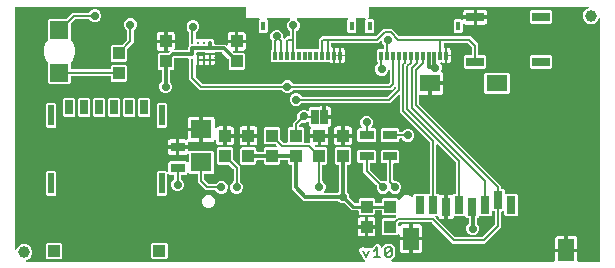
<source format=gtl>
G04 EAGLE Gerber RS-274X export*
G75*
%MOMM*%
%FSLAX34Y34*%
%LPD*%
%INTop Copper*%
%IPPOS*%
%AMOC8*
5,1,8,0,0,1.08239X$1,22.5*%
G01*
%ADD10C,0.203200*%
%ADD11R,1.200000X0.800000*%
%ADD12R,1.000000X1.100000*%
%ADD13R,1.800000X1.600000*%
%ADD14R,0.635000X1.270000*%
%ADD15C,1.000000*%
%ADD16R,1.800000X1.400000*%
%ADD17R,1.400000X1.900000*%
%ADD18R,0.800000X1.500000*%
%ADD19R,1.600000X1.500000*%
%ADD20R,0.300000X0.800000*%
%ADD21R,0.400000X0.800000*%
%ADD22R,0.250000X0.275000*%
%ADD23R,0.275000X0.250000*%
%ADD24R,0.650000X1.300000*%
%ADD25R,0.480000X1.800000*%
%ADD26R,1.030000X1.000000*%
%ADD27R,1.524000X0.762000*%
%ADD28C,0.736600*%
%ADD29C,0.177800*%
%ADD30C,0.304800*%
%ADD31C,0.254000*%

G36*
X297889Y2029D02*
X297889Y2029D01*
X297890Y2029D01*
X298015Y2050D01*
X298131Y2068D01*
X298132Y2069D01*
X298133Y2069D01*
X298246Y2129D01*
X298348Y2184D01*
X298349Y2184D01*
X298350Y2185D01*
X298437Y2277D01*
X298517Y2362D01*
X298518Y2363D01*
X298519Y2364D01*
X298569Y2472D01*
X298621Y2585D01*
X298621Y2586D01*
X298622Y2587D01*
X298634Y2705D01*
X298648Y2829D01*
X298648Y2830D01*
X298648Y2832D01*
X298622Y2950D01*
X298596Y3070D01*
X298595Y3071D01*
X298595Y3072D01*
X298534Y3173D01*
X298470Y3281D01*
X298469Y3282D01*
X298468Y3283D01*
X298375Y3362D01*
X298283Y3441D01*
X298282Y3441D01*
X298281Y3442D01*
X298129Y3512D01*
X297706Y3653D01*
X297703Y3656D01*
X297689Y3691D01*
X297632Y3756D01*
X297581Y3825D01*
X297551Y3847D01*
X297526Y3875D01*
X297411Y3949D01*
X297123Y4813D01*
X297108Y4842D01*
X297082Y4912D01*
X293966Y11145D01*
X294698Y13341D01*
X296769Y14377D01*
X298965Y13645D01*
X299014Y13547D01*
X299024Y13533D01*
X299030Y13516D01*
X299096Y13433D01*
X299158Y13348D01*
X299173Y13337D01*
X299184Y13323D01*
X299272Y13266D01*
X299358Y13205D01*
X299375Y13199D01*
X299390Y13190D01*
X299492Y13164D01*
X299593Y13133D01*
X299611Y13133D01*
X299629Y13129D01*
X299734Y13137D01*
X299839Y13140D01*
X299856Y13146D01*
X299874Y13147D01*
X299971Y13189D01*
X300070Y13225D01*
X300084Y13236D01*
X300100Y13243D01*
X300179Y13313D01*
X300262Y13379D01*
X300271Y13394D01*
X300285Y13406D01*
X300376Y13547D01*
X300425Y13645D01*
X302621Y14377D01*
X303985Y13695D01*
X304005Y13688D01*
X304023Y13677D01*
X304122Y13652D01*
X304220Y13622D01*
X304241Y13622D01*
X304261Y13617D01*
X304363Y13625D01*
X304466Y13627D01*
X304486Y13634D01*
X304507Y13636D01*
X304601Y13676D01*
X304697Y13711D01*
X304714Y13724D01*
X304733Y13732D01*
X304864Y13837D01*
X306032Y15006D01*
X307892Y16866D01*
X310208Y16866D01*
X311845Y15229D01*
X311845Y14656D01*
X311856Y14586D01*
X311858Y14514D01*
X311876Y14465D01*
X311885Y14414D01*
X311918Y14350D01*
X311943Y14283D01*
X311975Y14242D01*
X312000Y14196D01*
X312052Y14147D01*
X312096Y14091D01*
X312140Y14063D01*
X312178Y14027D01*
X312243Y13997D01*
X312303Y13958D01*
X312354Y13945D01*
X312401Y13923D01*
X312472Y13915D01*
X312542Y13898D01*
X312594Y13902D01*
X312645Y13896D01*
X312716Y13911D01*
X312787Y13917D01*
X312835Y13937D01*
X312886Y13948D01*
X312947Y13985D01*
X313013Y14013D01*
X313069Y14058D01*
X313097Y14075D01*
X313112Y14092D01*
X313144Y14118D01*
X314032Y15006D01*
X315892Y16866D01*
X320919Y16866D01*
X322052Y15733D01*
X323912Y13873D01*
X323912Y6134D01*
X322779Y5001D01*
X321106Y3328D01*
X321064Y3270D01*
X321014Y3218D01*
X320993Y3171D01*
X320962Y3129D01*
X320941Y3060D01*
X320911Y2995D01*
X320905Y2943D01*
X320890Y2893D01*
X320892Y2822D01*
X320884Y2751D01*
X320895Y2700D01*
X320896Y2648D01*
X320921Y2580D01*
X320936Y2510D01*
X320963Y2465D01*
X320981Y2417D01*
X321025Y2361D01*
X321062Y2299D01*
X321102Y2265D01*
X321134Y2225D01*
X321195Y2186D01*
X321249Y2139D01*
X321297Y2120D01*
X321341Y2092D01*
X321411Y2074D01*
X321477Y2047D01*
X321549Y2039D01*
X321580Y2031D01*
X321603Y2033D01*
X321644Y2029D01*
X458698Y2029D01*
X458718Y2032D01*
X458737Y2030D01*
X458839Y2052D01*
X458941Y2068D01*
X458958Y2078D01*
X458978Y2082D01*
X459067Y2135D01*
X459158Y2184D01*
X459172Y2198D01*
X459189Y2208D01*
X459256Y2287D01*
X459328Y2362D01*
X459336Y2380D01*
X459349Y2395D01*
X459388Y2491D01*
X459431Y2585D01*
X459433Y2605D01*
X459441Y2623D01*
X459459Y2790D01*
X459459Y9977D01*
X468238Y9977D01*
X468258Y9980D01*
X468277Y9978D01*
X468379Y10000D01*
X468481Y10017D01*
X468498Y10026D01*
X468518Y10030D01*
X468607Y10083D01*
X468698Y10132D01*
X468712Y10146D01*
X468729Y10156D01*
X468796Y10235D01*
X468867Y10310D01*
X468876Y10328D01*
X468889Y10343D01*
X468928Y10439D01*
X468971Y10533D01*
X468973Y10553D01*
X468981Y10571D01*
X468999Y10738D01*
X468999Y11501D01*
X469001Y11501D01*
X469001Y10738D01*
X469004Y10718D01*
X469002Y10699D01*
X469024Y10597D01*
X469041Y10495D01*
X469050Y10478D01*
X469054Y10458D01*
X469107Y10369D01*
X469156Y10278D01*
X469170Y10264D01*
X469180Y10247D01*
X469259Y10180D01*
X469334Y10109D01*
X469352Y10100D01*
X469367Y10087D01*
X469463Y10048D01*
X469557Y10005D01*
X469577Y10003D01*
X469595Y9995D01*
X469762Y9977D01*
X478541Y9977D01*
X478541Y2790D01*
X478544Y2770D01*
X478542Y2751D01*
X478564Y2649D01*
X478580Y2547D01*
X478590Y2530D01*
X478594Y2510D01*
X478647Y2421D01*
X478696Y2330D01*
X478710Y2316D01*
X478720Y2299D01*
X478799Y2232D01*
X478874Y2160D01*
X478892Y2152D01*
X478907Y2139D01*
X479003Y2100D01*
X479097Y2057D01*
X479117Y2055D01*
X479135Y2047D01*
X479302Y2029D01*
X497210Y2029D01*
X497230Y2032D01*
X497249Y2030D01*
X497351Y2052D01*
X497453Y2068D01*
X497470Y2078D01*
X497490Y2082D01*
X497579Y2135D01*
X497670Y2184D01*
X497684Y2198D01*
X497701Y2208D01*
X497768Y2287D01*
X497840Y2362D01*
X497848Y2380D01*
X497861Y2395D01*
X497900Y2491D01*
X497943Y2585D01*
X497945Y2605D01*
X497953Y2623D01*
X497971Y2790D01*
X497971Y207704D01*
X497956Y207800D01*
X497946Y207897D01*
X497936Y207921D01*
X497932Y207946D01*
X497886Y208032D01*
X497846Y208121D01*
X497829Y208141D01*
X497816Y208164D01*
X497746Y208231D01*
X497680Y208303D01*
X497657Y208315D01*
X497638Y208333D01*
X497550Y208374D01*
X497464Y208421D01*
X497439Y208426D01*
X497415Y208437D01*
X497318Y208448D01*
X497222Y208465D01*
X497196Y208461D01*
X497171Y208464D01*
X497075Y208443D01*
X496979Y208429D01*
X496956Y208417D01*
X496930Y208412D01*
X496847Y208362D01*
X496760Y208318D01*
X496741Y208299D01*
X496719Y208285D01*
X496656Y208212D01*
X496588Y208142D01*
X496572Y208113D01*
X496559Y208099D01*
X496547Y208068D01*
X496507Y207995D01*
X495747Y206160D01*
X493840Y204253D01*
X491348Y203221D01*
X488652Y203221D01*
X486160Y204253D01*
X484253Y206160D01*
X483221Y208652D01*
X483221Y211348D01*
X484253Y213840D01*
X486160Y215747D01*
X487995Y216507D01*
X488078Y216558D01*
X488164Y216604D01*
X488182Y216622D01*
X488204Y216636D01*
X488266Y216712D01*
X488333Y216782D01*
X488344Y216806D01*
X488361Y216826D01*
X488396Y216917D01*
X488437Y217005D01*
X488440Y217031D01*
X488449Y217055D01*
X488453Y217153D01*
X488464Y217249D01*
X488458Y217275D01*
X488459Y217301D01*
X488432Y217395D01*
X488412Y217490D01*
X488398Y217512D01*
X488391Y217537D01*
X488335Y217617D01*
X488285Y217701D01*
X488266Y217718D01*
X488251Y217739D01*
X488173Y217798D01*
X488099Y217861D01*
X488074Y217871D01*
X488053Y217886D01*
X487961Y217916D01*
X487870Y217953D01*
X487838Y217956D01*
X487819Y217962D01*
X487786Y217962D01*
X487704Y217971D01*
X302790Y217971D01*
X302770Y217968D01*
X302751Y217970D01*
X302649Y217948D01*
X302547Y217932D01*
X302530Y217922D01*
X302510Y217918D01*
X302421Y217865D01*
X302330Y217816D01*
X302316Y217802D01*
X302299Y217792D01*
X302232Y217713D01*
X302160Y217638D01*
X302152Y217620D01*
X302139Y217605D01*
X302100Y217509D01*
X302057Y217415D01*
X302055Y217395D01*
X302047Y217377D01*
X302029Y217210D01*
X302029Y209160D01*
X301447Y208578D01*
X301405Y208520D01*
X301356Y208468D01*
X301334Y208421D01*
X301304Y208379D01*
X301283Y208310D01*
X301252Y208245D01*
X301247Y208193D01*
X301231Y208143D01*
X301233Y208072D01*
X301225Y208001D01*
X301236Y207950D01*
X301238Y207898D01*
X301262Y207830D01*
X301278Y207760D01*
X301304Y207715D01*
X301322Y207667D01*
X301367Y207611D01*
X301404Y207549D01*
X301443Y207515D01*
X301476Y207475D01*
X301536Y207436D01*
X301591Y207389D01*
X301639Y207370D01*
X301683Y207342D01*
X301752Y207324D01*
X301819Y207297D01*
X301890Y207289D01*
X301921Y207281D01*
X301945Y207283D01*
X301986Y207279D01*
X305237Y207279D01*
X306279Y206237D01*
X306279Y196763D01*
X305237Y195721D01*
X299763Y195721D01*
X298721Y196763D01*
X298721Y206237D01*
X299156Y206672D01*
X299198Y206730D01*
X299247Y206782D01*
X299269Y206829D01*
X299300Y206871D01*
X299321Y206940D01*
X299351Y207005D01*
X299357Y207057D01*
X299372Y207107D01*
X299370Y207178D01*
X299378Y207249D01*
X299367Y207300D01*
X299366Y207352D01*
X299341Y207420D01*
X299326Y207490D01*
X299299Y207535D01*
X299281Y207583D01*
X299236Y207639D01*
X299200Y207701D01*
X299160Y207735D01*
X299128Y207775D01*
X299067Y207814D01*
X299013Y207861D01*
X298964Y207880D01*
X298921Y207908D01*
X298851Y207926D01*
X298785Y207953D01*
X298713Y207961D01*
X298682Y207969D01*
X298659Y207967D01*
X298618Y207971D01*
X291382Y207971D01*
X291311Y207960D01*
X291240Y207958D01*
X291191Y207940D01*
X291139Y207932D01*
X291076Y207898D01*
X291009Y207873D01*
X290968Y207841D01*
X290922Y207816D01*
X290873Y207765D01*
X290817Y207720D01*
X290788Y207676D01*
X290753Y207638D01*
X290722Y207573D01*
X290684Y207513D01*
X290671Y207462D01*
X290649Y207415D01*
X290641Y207344D01*
X290624Y207274D01*
X290628Y207222D01*
X290622Y207171D01*
X290637Y207100D01*
X290643Y207029D01*
X290663Y206981D01*
X290674Y206930D01*
X290711Y206869D01*
X290739Y206803D01*
X290784Y206747D01*
X290800Y206719D01*
X290818Y206704D01*
X290844Y206672D01*
X291279Y206237D01*
X291279Y196763D01*
X290237Y195721D01*
X284763Y195721D01*
X283721Y196763D01*
X283721Y206237D01*
X284156Y206672D01*
X284198Y206730D01*
X284247Y206782D01*
X284269Y206829D01*
X284300Y206871D01*
X284321Y206940D01*
X284351Y207005D01*
X284357Y207057D01*
X284372Y207107D01*
X284370Y207178D01*
X284378Y207249D01*
X284367Y207300D01*
X284366Y207352D01*
X284341Y207420D01*
X284326Y207490D01*
X284299Y207535D01*
X284281Y207583D01*
X284236Y207639D01*
X284200Y207701D01*
X284160Y207735D01*
X284128Y207775D01*
X284067Y207814D01*
X284013Y207861D01*
X283964Y207880D01*
X283921Y207908D01*
X283851Y207926D01*
X283785Y207953D01*
X283713Y207961D01*
X283682Y207969D01*
X283659Y207967D01*
X283618Y207971D01*
X241591Y207971D01*
X241520Y207960D01*
X241448Y207958D01*
X241399Y207940D01*
X241348Y207932D01*
X241285Y207898D01*
X241217Y207873D01*
X241177Y207841D01*
X241130Y207816D01*
X241081Y207764D01*
X241025Y207720D01*
X240997Y207676D01*
X240961Y207638D01*
X240931Y207573D01*
X240892Y207513D01*
X240879Y207462D01*
X240857Y207415D01*
X240850Y207344D01*
X240832Y207274D01*
X240836Y207222D01*
X240830Y207171D01*
X240846Y207100D01*
X240851Y207029D01*
X240872Y206981D01*
X240883Y206930D01*
X240919Y206869D01*
X240948Y206803D01*
X240992Y206747D01*
X241009Y206719D01*
X241027Y206704D01*
X241052Y206672D01*
X242630Y205094D01*
X243462Y203086D01*
X243462Y200914D01*
X242630Y198906D01*
X241094Y197370D01*
X240638Y197181D01*
X240539Y197119D01*
X240438Y197059D01*
X240434Y197055D01*
X240429Y197051D01*
X240355Y196962D01*
X240278Y196872D01*
X240276Y196866D01*
X240272Y196862D01*
X240230Y196754D01*
X240186Y196644D01*
X240185Y196637D01*
X240184Y196632D01*
X240183Y196614D01*
X240168Y196478D01*
X240168Y183040D01*
X240171Y183020D01*
X240169Y183001D01*
X240191Y182899D01*
X240207Y182797D01*
X240217Y182780D01*
X240221Y182760D01*
X240274Y182671D01*
X240323Y182580D01*
X240337Y182566D01*
X240347Y182549D01*
X240426Y182482D01*
X240501Y182410D01*
X240519Y182402D01*
X240534Y182389D01*
X240630Y182350D01*
X240724Y182307D01*
X240744Y182305D01*
X240762Y182297D01*
X240929Y182279D01*
X259071Y182279D01*
X259091Y182282D01*
X259110Y182280D01*
X259212Y182302D01*
X259314Y182318D01*
X259331Y182328D01*
X259351Y182332D01*
X259440Y182385D01*
X259531Y182434D01*
X259545Y182448D01*
X259562Y182458D01*
X259629Y182537D01*
X259701Y182612D01*
X259709Y182630D01*
X259722Y182645D01*
X259761Y182741D01*
X259804Y182835D01*
X259806Y182855D01*
X259814Y182873D01*
X259832Y183040D01*
X259832Y190105D01*
X262395Y192668D01*
X307599Y192668D01*
X307689Y192682D01*
X307780Y192690D01*
X307810Y192702D01*
X307842Y192707D01*
X307923Y192750D01*
X308007Y192786D01*
X308039Y192812D01*
X308059Y192823D01*
X308082Y192846D01*
X308138Y192891D01*
X314265Y199018D01*
X321735Y199018D01*
X327862Y192891D01*
X327936Y192838D01*
X328006Y192778D01*
X328036Y192766D01*
X328062Y192747D01*
X328149Y192720D01*
X328234Y192686D01*
X328275Y192682D01*
X328297Y192675D01*
X328329Y192676D01*
X328401Y192668D01*
X388105Y192668D01*
X394728Y186045D01*
X394728Y177300D01*
X394731Y177280D01*
X394729Y177261D01*
X394751Y177159D01*
X394767Y177057D01*
X394777Y177040D01*
X394781Y177020D01*
X394834Y176931D01*
X394883Y176840D01*
X394897Y176826D01*
X394907Y176809D01*
X394986Y176742D01*
X395061Y176670D01*
X395079Y176662D01*
X395094Y176649D01*
X395190Y176610D01*
X395284Y176567D01*
X395304Y176565D01*
X395322Y176557D01*
X395489Y176539D01*
X400417Y176539D01*
X401459Y175497D01*
X401459Y166403D01*
X400417Y165361D01*
X383703Y165361D01*
X382661Y166403D01*
X382661Y175497D01*
X383703Y176539D01*
X388631Y176539D01*
X388651Y176542D01*
X388670Y176540D01*
X388772Y176562D01*
X388874Y176578D01*
X388891Y176588D01*
X388911Y176592D01*
X389000Y176645D01*
X389091Y176694D01*
X389105Y176708D01*
X389122Y176718D01*
X389189Y176797D01*
X389261Y176872D01*
X389269Y176890D01*
X389282Y176905D01*
X389321Y177001D01*
X389364Y177095D01*
X389366Y177115D01*
X389374Y177133D01*
X389392Y177300D01*
X389392Y183520D01*
X389378Y183610D01*
X389370Y183701D01*
X389358Y183730D01*
X389353Y183762D01*
X389310Y183843D01*
X389274Y183927D01*
X389248Y183959D01*
X389237Y183980D01*
X389214Y184002D01*
X389169Y184058D01*
X386118Y187109D01*
X386044Y187162D01*
X385975Y187222D01*
X385944Y187234D01*
X385918Y187253D01*
X385831Y187280D01*
X385746Y187314D01*
X385705Y187318D01*
X385683Y187325D01*
X385651Y187324D01*
X385580Y187332D01*
X365929Y187332D01*
X365909Y187329D01*
X365890Y187331D01*
X365788Y187309D01*
X365686Y187293D01*
X365669Y187283D01*
X365649Y187279D01*
X365560Y187226D01*
X365469Y187177D01*
X365455Y187163D01*
X365438Y187153D01*
X365371Y187074D01*
X365299Y186999D01*
X365291Y186981D01*
X365278Y186966D01*
X365239Y186870D01*
X365196Y186776D01*
X365194Y186756D01*
X365186Y186738D01*
X365168Y186571D01*
X365168Y183802D01*
X365171Y183782D01*
X365169Y183763D01*
X365191Y183661D01*
X365207Y183559D01*
X365217Y183542D01*
X365221Y183522D01*
X365274Y183433D01*
X365323Y183342D01*
X365337Y183328D01*
X365347Y183311D01*
X365426Y183244D01*
X365501Y183172D01*
X365519Y183164D01*
X365534Y183151D01*
X365630Y183112D01*
X365724Y183069D01*
X365744Y183067D01*
X365762Y183059D01*
X365929Y183041D01*
X366739Y183041D01*
X366739Y176500D01*
X366739Y169959D01*
X365666Y169959D01*
X365019Y170132D01*
X364440Y170467D01*
X364409Y170498D01*
X364335Y170551D01*
X364265Y170611D01*
X364235Y170623D01*
X364209Y170642D01*
X364122Y170669D01*
X364037Y170703D01*
X363996Y170707D01*
X363974Y170714D01*
X363942Y170713D01*
X363870Y170721D01*
X363161Y170721D01*
X363090Y170710D01*
X363018Y170708D01*
X362969Y170690D01*
X362918Y170682D01*
X362854Y170648D01*
X362787Y170623D01*
X362746Y170591D01*
X362700Y170566D01*
X362651Y170514D01*
X362595Y170470D01*
X362567Y170426D01*
X362531Y170388D01*
X362501Y170323D01*
X362462Y170263D01*
X362449Y170212D01*
X362427Y170165D01*
X362420Y170094D01*
X362402Y170024D01*
X362406Y169972D01*
X362400Y169921D01*
X362416Y169850D01*
X362421Y169779D01*
X362442Y169731D01*
X362453Y169680D01*
X362490Y169619D01*
X362518Y169553D01*
X362562Y169497D01*
X362579Y169469D01*
X362596Y169455D01*
X363432Y167436D01*
X363432Y165264D01*
X362689Y163471D01*
X362673Y163403D01*
X362648Y163338D01*
X362645Y163284D01*
X362633Y163231D01*
X362639Y163162D01*
X362636Y163092D01*
X362651Y163040D01*
X362656Y162986D01*
X362684Y162923D01*
X362703Y162856D01*
X362734Y162811D01*
X362756Y162762D01*
X362803Y162710D01*
X362843Y162653D01*
X362886Y162620D01*
X362922Y162580D01*
X362984Y162547D01*
X363039Y162505D01*
X363109Y162478D01*
X363138Y162462D01*
X363160Y162458D01*
X363195Y162444D01*
X363481Y162368D01*
X364060Y162033D01*
X364533Y161560D01*
X364868Y160981D01*
X365041Y160334D01*
X365041Y154523D01*
X354262Y154523D01*
X354242Y154520D01*
X354223Y154522D01*
X354121Y154500D01*
X354019Y154483D01*
X354002Y154474D01*
X353982Y154470D01*
X353893Y154417D01*
X353802Y154368D01*
X353788Y154354D01*
X353771Y154344D01*
X353704Y154265D01*
X353633Y154190D01*
X353624Y154172D01*
X353611Y154157D01*
X353572Y154061D01*
X353529Y153967D01*
X353527Y153947D01*
X353519Y153929D01*
X353501Y153762D01*
X353501Y152999D01*
X352738Y152999D01*
X352718Y152996D01*
X352699Y152998D01*
X352597Y152976D01*
X352495Y152959D01*
X352478Y152950D01*
X352458Y152946D01*
X352369Y152893D01*
X352278Y152844D01*
X352264Y152830D01*
X352247Y152820D01*
X352180Y152741D01*
X352109Y152666D01*
X352100Y152648D01*
X352087Y152633D01*
X352048Y152537D01*
X352005Y152443D01*
X352003Y152423D01*
X351995Y152405D01*
X351977Y152238D01*
X351977Y143459D01*
X345153Y143459D01*
X345133Y143456D01*
X345114Y143458D01*
X345012Y143436D01*
X344910Y143420D01*
X344893Y143410D01*
X344873Y143406D01*
X344784Y143353D01*
X344693Y143304D01*
X344679Y143290D01*
X344662Y143280D01*
X344595Y143201D01*
X344523Y143126D01*
X344515Y143108D01*
X344502Y143093D01*
X344463Y142997D01*
X344420Y142903D01*
X344418Y142883D01*
X344410Y142865D01*
X344392Y142698D01*
X344392Y136183D01*
X344406Y136093D01*
X344414Y136002D01*
X344426Y135973D01*
X344431Y135941D01*
X344474Y135860D01*
X344510Y135776D01*
X344536Y135744D01*
X344547Y135723D01*
X344570Y135701D01*
X344615Y135645D01*
X414068Y66192D01*
X414068Y64040D01*
X414071Y64020D01*
X414069Y64001D01*
X414091Y63899D01*
X414107Y63797D01*
X414117Y63780D01*
X414121Y63760D01*
X414174Y63671D01*
X414223Y63580D01*
X414237Y63566D01*
X414247Y63549D01*
X414326Y63482D01*
X414401Y63410D01*
X414419Y63402D01*
X414434Y63389D01*
X414530Y63350D01*
X414624Y63307D01*
X414644Y63305D01*
X414662Y63297D01*
X414829Y63279D01*
X416137Y63279D01*
X417179Y62237D01*
X417179Y60040D01*
X417182Y60020D01*
X417180Y60001D01*
X417202Y59899D01*
X417218Y59797D01*
X417228Y59780D01*
X417232Y59760D01*
X417285Y59671D01*
X417334Y59580D01*
X417348Y59566D01*
X417358Y59549D01*
X417437Y59482D01*
X417512Y59410D01*
X417530Y59402D01*
X417545Y59389D01*
X417641Y59350D01*
X417735Y59307D01*
X417755Y59305D01*
X417773Y59297D01*
X417940Y59279D01*
X427137Y59279D01*
X428179Y58237D01*
X428179Y41763D01*
X427137Y40721D01*
X417663Y40721D01*
X416621Y41763D01*
X416621Y43960D01*
X416618Y43980D01*
X416620Y43999D01*
X416598Y44101D01*
X416582Y44203D01*
X416572Y44220D01*
X416568Y44240D01*
X416515Y44329D01*
X416466Y44420D01*
X416452Y44434D01*
X416442Y44451D01*
X416363Y44518D01*
X416288Y44590D01*
X416270Y44598D01*
X416255Y44611D01*
X416159Y44650D01*
X416065Y44693D01*
X416045Y44695D01*
X416027Y44703D01*
X415860Y44721D01*
X414829Y44721D01*
X414809Y44718D01*
X414790Y44720D01*
X414688Y44698D01*
X414586Y44682D01*
X414569Y44672D01*
X414549Y44668D01*
X414460Y44615D01*
X414369Y44566D01*
X414355Y44552D01*
X414338Y44542D01*
X414271Y44463D01*
X414199Y44388D01*
X414191Y44370D01*
X414178Y44355D01*
X414139Y44259D01*
X414096Y44165D01*
X414094Y44145D01*
X414086Y44127D01*
X414068Y43960D01*
X414068Y31295D01*
X400105Y17332D01*
X372895Y17332D01*
X355118Y35109D01*
X355044Y35162D01*
X354975Y35222D01*
X354944Y35234D01*
X354918Y35253D01*
X354831Y35280D01*
X354746Y35314D01*
X354705Y35318D01*
X354683Y35325D01*
X354651Y35324D01*
X354580Y35332D01*
X327920Y35332D01*
X327830Y35318D01*
X327739Y35310D01*
X327710Y35298D01*
X327678Y35293D01*
X327597Y35250D01*
X327513Y35214D01*
X327481Y35188D01*
X327460Y35177D01*
X327438Y35154D01*
X327382Y35109D01*
X327002Y34729D01*
X326949Y34655D01*
X326889Y34586D01*
X326877Y34555D01*
X326858Y34529D01*
X326831Y34442D01*
X326797Y34357D01*
X326793Y34316D01*
X326786Y34294D01*
X326787Y34262D01*
X326779Y34191D01*
X326779Y32477D01*
X326782Y32458D01*
X326780Y32439D01*
X326786Y32411D01*
X326785Y32382D01*
X326806Y32309D01*
X326818Y32234D01*
X326828Y32216D01*
X326832Y32199D01*
X326846Y32176D01*
X326855Y32146D01*
X326898Y32084D01*
X326934Y32017D01*
X326950Y32001D01*
X326958Y31988D01*
X326977Y31972D01*
X326996Y31945D01*
X327057Y31900D01*
X327112Y31848D01*
X327134Y31837D01*
X327145Y31828D01*
X327166Y31819D01*
X327194Y31799D01*
X327266Y31776D01*
X327335Y31744D01*
X327361Y31741D01*
X327373Y31736D01*
X327400Y31733D01*
X327428Y31724D01*
X327475Y31725D01*
X327540Y31717D01*
X327541Y31717D01*
X327554Y31720D01*
X327579Y31717D01*
X327626Y31727D01*
X327674Y31728D01*
X327736Y31749D01*
X327784Y31757D01*
X327796Y31764D01*
X327820Y31769D01*
X327861Y31794D01*
X327906Y31810D01*
X327955Y31848D01*
X328001Y31872D01*
X328012Y31884D01*
X328031Y31895D01*
X328062Y31932D01*
X328100Y31961D01*
X328149Y32028D01*
X328170Y32051D01*
X328178Y32067D01*
X328191Y32082D01*
X328193Y32088D01*
X328199Y32096D01*
X328467Y32560D01*
X328940Y33033D01*
X329519Y33368D01*
X330166Y33541D01*
X335977Y33541D01*
X335977Y23023D01*
X327959Y23023D01*
X327959Y24606D01*
X327948Y24677D01*
X327946Y24748D01*
X327928Y24797D01*
X327920Y24849D01*
X327886Y24912D01*
X327861Y24979D01*
X327829Y25020D01*
X327804Y25066D01*
X327752Y25115D01*
X327708Y25171D01*
X327664Y25200D01*
X327626Y25235D01*
X327561Y25266D01*
X327501Y25304D01*
X327450Y25317D01*
X327403Y25339D01*
X327332Y25347D01*
X327262Y25364D01*
X327210Y25360D01*
X327159Y25366D01*
X327088Y25351D01*
X327017Y25345D01*
X326969Y25325D01*
X326918Y25314D01*
X326857Y25277D01*
X326791Y25249D01*
X326735Y25204D01*
X326707Y25188D01*
X326692Y25170D01*
X326660Y25144D01*
X325737Y24221D01*
X314263Y24221D01*
X313221Y25263D01*
X313221Y37737D01*
X314263Y38779D01*
X323191Y38779D01*
X323281Y38793D01*
X323372Y38801D01*
X323402Y38813D01*
X323433Y38818D01*
X323514Y38861D01*
X323598Y38897D01*
X323630Y38923D01*
X323651Y38934D01*
X323673Y38957D01*
X323729Y39002D01*
X324649Y39922D01*
X324691Y39980D01*
X324740Y40032D01*
X324762Y40079D01*
X324793Y40121D01*
X324814Y40190D01*
X324844Y40255D01*
X324850Y40307D01*
X324865Y40357D01*
X324863Y40428D01*
X324871Y40499D01*
X324860Y40550D01*
X324859Y40602D01*
X324834Y40670D01*
X324819Y40740D01*
X324792Y40785D01*
X324774Y40833D01*
X324729Y40889D01*
X324693Y40951D01*
X324653Y40985D01*
X324620Y41025D01*
X324560Y41064D01*
X324506Y41111D01*
X324457Y41130D01*
X324413Y41158D01*
X324344Y41176D01*
X324277Y41203D01*
X324206Y41211D01*
X324175Y41219D01*
X324152Y41217D01*
X324111Y41221D01*
X314263Y41221D01*
X313221Y42263D01*
X313221Y44690D01*
X313220Y44697D01*
X313220Y44698D01*
X313219Y44704D01*
X313218Y44710D01*
X313220Y44729D01*
X313198Y44831D01*
X313182Y44933D01*
X313172Y44950D01*
X313168Y44970D01*
X313115Y45059D01*
X313066Y45150D01*
X313052Y45164D01*
X313042Y45181D01*
X312963Y45248D01*
X312888Y45320D01*
X312870Y45328D01*
X312855Y45341D01*
X312759Y45380D01*
X312665Y45423D01*
X312645Y45425D01*
X312627Y45433D01*
X312460Y45451D01*
X307540Y45451D01*
X307520Y45448D01*
X307501Y45450D01*
X307399Y45428D01*
X307297Y45412D01*
X307280Y45402D01*
X307260Y45398D01*
X307171Y45345D01*
X307080Y45296D01*
X307066Y45282D01*
X307049Y45272D01*
X306982Y45193D01*
X306910Y45118D01*
X306902Y45100D01*
X306889Y45085D01*
X306850Y44989D01*
X306807Y44895D01*
X306805Y44875D01*
X306797Y44857D01*
X306779Y44690D01*
X306779Y42263D01*
X305737Y41221D01*
X294263Y41221D01*
X293221Y42263D01*
X293221Y44690D01*
X293220Y44697D01*
X293220Y44698D01*
X293219Y44704D01*
X293218Y44710D01*
X293220Y44729D01*
X293198Y44831D01*
X293182Y44933D01*
X293172Y44950D01*
X293168Y44970D01*
X293115Y45059D01*
X293066Y45150D01*
X293052Y45164D01*
X293042Y45181D01*
X292963Y45248D01*
X292888Y45320D01*
X292870Y45328D01*
X292855Y45341D01*
X292759Y45380D01*
X292665Y45423D01*
X292645Y45425D01*
X292627Y45433D01*
X292460Y45451D01*
X287237Y45451D01*
X281373Y51315D01*
X281299Y51368D01*
X281230Y51428D01*
X281200Y51440D01*
X281173Y51459D01*
X281086Y51486D01*
X281002Y51520D01*
X280961Y51524D01*
X280938Y51531D01*
X280906Y51530D01*
X280835Y51538D01*
X278914Y51538D01*
X276906Y52370D01*
X275802Y53474D01*
X275728Y53527D01*
X275658Y53587D01*
X275628Y53599D01*
X275602Y53618D01*
X275515Y53645D01*
X275430Y53679D01*
X275389Y53683D01*
X275367Y53690D01*
X275335Y53689D01*
X275263Y53697D01*
X246632Y53697D01*
X236697Y63632D01*
X236697Y83460D01*
X236694Y83480D01*
X236696Y83499D01*
X236674Y83601D01*
X236658Y83703D01*
X236648Y83720D01*
X236644Y83740D01*
X236591Y83829D01*
X236542Y83920D01*
X236528Y83934D01*
X236518Y83951D01*
X236439Y84018D01*
X236364Y84090D01*
X236346Y84098D01*
X236331Y84111D01*
X236235Y84150D01*
X236141Y84193D01*
X236121Y84195D01*
X236103Y84203D01*
X235936Y84221D01*
X234263Y84221D01*
X233221Y85263D01*
X233221Y87436D01*
X233218Y87456D01*
X233220Y87475D01*
X233198Y87577D01*
X233182Y87679D01*
X233172Y87696D01*
X233168Y87716D01*
X233115Y87805D01*
X233066Y87896D01*
X233052Y87910D01*
X233042Y87927D01*
X232963Y87994D01*
X232888Y88066D01*
X232870Y88074D01*
X232855Y88087D01*
X232759Y88126D01*
X232665Y88169D01*
X232645Y88171D01*
X232627Y88179D01*
X232460Y88197D01*
X227540Y88197D01*
X227520Y88194D01*
X227501Y88196D01*
X227399Y88174D01*
X227297Y88158D01*
X227280Y88148D01*
X227260Y88144D01*
X227171Y88091D01*
X227080Y88042D01*
X227066Y88028D01*
X227049Y88018D01*
X226982Y87939D01*
X226910Y87864D01*
X226902Y87846D01*
X226889Y87831D01*
X226850Y87735D01*
X226807Y87641D01*
X226805Y87621D01*
X226797Y87603D01*
X226779Y87436D01*
X226779Y85263D01*
X225737Y84221D01*
X214263Y84221D01*
X213221Y85263D01*
X213221Y87436D01*
X213218Y87456D01*
X213220Y87475D01*
X213198Y87577D01*
X213182Y87679D01*
X213172Y87696D01*
X213168Y87716D01*
X213115Y87805D01*
X213066Y87896D01*
X213052Y87910D01*
X213042Y87927D01*
X212963Y87994D01*
X212888Y88066D01*
X212870Y88074D01*
X212855Y88087D01*
X212759Y88126D01*
X212665Y88169D01*
X212645Y88171D01*
X212627Y88179D01*
X212460Y88197D01*
X207540Y88197D01*
X207520Y88194D01*
X207501Y88196D01*
X207399Y88174D01*
X207297Y88158D01*
X207280Y88148D01*
X207260Y88144D01*
X207171Y88091D01*
X207080Y88042D01*
X207066Y88028D01*
X207049Y88018D01*
X206982Y87939D01*
X206910Y87864D01*
X206902Y87846D01*
X206889Y87831D01*
X206850Y87735D01*
X206807Y87641D01*
X206805Y87621D01*
X206797Y87603D01*
X206779Y87436D01*
X206779Y85263D01*
X205737Y84221D01*
X194263Y84221D01*
X193221Y85263D01*
X193221Y97737D01*
X194263Y98779D01*
X205737Y98779D01*
X206779Y97737D01*
X206779Y95564D01*
X206782Y95544D01*
X206780Y95525D01*
X206802Y95423D01*
X206818Y95321D01*
X206828Y95304D01*
X206832Y95284D01*
X206885Y95195D01*
X206934Y95104D01*
X206948Y95090D01*
X206958Y95073D01*
X207037Y95006D01*
X207112Y94934D01*
X207130Y94926D01*
X207145Y94913D01*
X207241Y94874D01*
X207335Y94831D01*
X207355Y94829D01*
X207373Y94821D01*
X207540Y94803D01*
X212460Y94803D01*
X212480Y94806D01*
X212499Y94804D01*
X212601Y94826D01*
X212703Y94842D01*
X212720Y94852D01*
X212740Y94856D01*
X212829Y94909D01*
X212920Y94958D01*
X212934Y94972D01*
X212951Y94982D01*
X213018Y95061D01*
X213090Y95136D01*
X213098Y95154D01*
X213111Y95169D01*
X213150Y95265D01*
X213193Y95359D01*
X213195Y95379D01*
X213203Y95397D01*
X213221Y95564D01*
X213221Y97737D01*
X214263Y98779D01*
X223611Y98779D01*
X223681Y98790D01*
X223753Y98792D01*
X223802Y98810D01*
X223853Y98818D01*
X223917Y98852D01*
X223984Y98877D01*
X224025Y98909D01*
X224071Y98934D01*
X224120Y98985D01*
X224176Y99030D01*
X224204Y99074D01*
X224240Y99112D01*
X224270Y99177D01*
X224309Y99237D01*
X224322Y99288D01*
X224344Y99335D01*
X224352Y99406D01*
X224369Y99476D01*
X224365Y99528D01*
X224371Y99579D01*
X224356Y99650D01*
X224350Y99721D01*
X224330Y99769D01*
X224319Y99820D01*
X224282Y99881D01*
X224254Y99947D01*
X224209Y100003D01*
X224193Y100031D01*
X224175Y100046D01*
X224149Y100078D01*
X223229Y100998D01*
X223155Y101051D01*
X223086Y101111D01*
X223055Y101123D01*
X223029Y101142D01*
X222942Y101169D01*
X222857Y101203D01*
X222816Y101207D01*
X222794Y101214D01*
X222762Y101213D01*
X222691Y101221D01*
X214263Y101221D01*
X213221Y102263D01*
X213221Y114737D01*
X214263Y115779D01*
X225737Y115779D01*
X226779Y114737D01*
X226779Y105309D01*
X226793Y105219D01*
X226801Y105128D01*
X226813Y105099D01*
X226818Y105067D01*
X226861Y104986D01*
X226897Y104902D01*
X226923Y104870D01*
X226934Y104849D01*
X226957Y104827D01*
X227002Y104771D01*
X228882Y102891D01*
X228956Y102838D01*
X229025Y102778D01*
X229056Y102766D01*
X229082Y102747D01*
X229169Y102720D01*
X229254Y102686D01*
X229295Y102682D01*
X229317Y102675D01*
X229349Y102676D01*
X229420Y102668D01*
X232460Y102668D01*
X232480Y102671D01*
X232499Y102669D01*
X232601Y102691D01*
X232703Y102707D01*
X232720Y102717D01*
X232740Y102721D01*
X232829Y102774D01*
X232920Y102823D01*
X232934Y102837D01*
X232951Y102847D01*
X233018Y102926D01*
X233090Y103001D01*
X233098Y103019D01*
X233111Y103034D01*
X233150Y103130D01*
X233193Y103224D01*
X233195Y103244D01*
X233203Y103262D01*
X233221Y103429D01*
X233221Y114737D01*
X234263Y115779D01*
X236571Y115779D01*
X236591Y115782D01*
X236610Y115780D01*
X236712Y115802D01*
X236814Y115818D01*
X236831Y115828D01*
X236851Y115832D01*
X236940Y115885D01*
X237031Y115934D01*
X237045Y115948D01*
X237062Y115958D01*
X237129Y116037D01*
X237201Y116112D01*
X237209Y116130D01*
X237222Y116145D01*
X237261Y116241D01*
X237304Y116335D01*
X237306Y116355D01*
X237314Y116373D01*
X237332Y116540D01*
X237332Y119255D01*
X241205Y123128D01*
X241274Y123223D01*
X241343Y123317D01*
X241345Y123323D01*
X241349Y123328D01*
X241383Y123439D01*
X241419Y123551D01*
X241419Y123557D01*
X241421Y123563D01*
X241418Y123679D01*
X241417Y123796D01*
X241415Y123804D01*
X241415Y123809D01*
X241408Y123826D01*
X241388Y123895D01*
X241388Y126086D01*
X242220Y128094D01*
X243756Y129630D01*
X245764Y130462D01*
X247936Y130462D01*
X249930Y129636D01*
X249974Y129626D01*
X250016Y129606D01*
X250093Y129598D01*
X250169Y129580D01*
X250215Y129584D01*
X250260Y129579D01*
X250337Y129596D01*
X250414Y129603D01*
X250456Y129622D01*
X250501Y129631D01*
X250568Y129671D01*
X250639Y129703D01*
X250673Y129734D01*
X250712Y129758D01*
X250763Y129817D01*
X250820Y129869D01*
X250842Y129910D01*
X250872Y129945D01*
X250901Y130017D01*
X250938Y130085D01*
X250947Y130130D01*
X250964Y130173D01*
X250979Y130309D01*
X250982Y130327D01*
X250981Y130332D01*
X250982Y130339D01*
X250982Y131687D01*
X252024Y132729D01*
X258759Y132729D01*
X258849Y132743D01*
X258940Y132751D01*
X258970Y132763D01*
X259002Y132768D01*
X259083Y132811D01*
X259167Y132847D01*
X259199Y132873D01*
X259219Y132884D01*
X259242Y132907D01*
X259298Y132952D01*
X259329Y132983D01*
X259908Y133318D01*
X260555Y133491D01*
X262541Y133491D01*
X262541Y125362D01*
X262544Y125342D01*
X262542Y125323D01*
X262564Y125221D01*
X262581Y125119D01*
X262590Y125102D01*
X262594Y125082D01*
X262647Y124993D01*
X262696Y124902D01*
X262710Y124888D01*
X262720Y124871D01*
X262799Y124804D01*
X262874Y124733D01*
X262892Y124724D01*
X262907Y124711D01*
X263003Y124672D01*
X263097Y124629D01*
X263117Y124627D01*
X263135Y124619D01*
X263302Y124601D01*
X264065Y124601D01*
X264065Y123838D01*
X264068Y123818D01*
X264066Y123799D01*
X264088Y123697D01*
X264105Y123595D01*
X264114Y123578D01*
X264118Y123558D01*
X264171Y123469D01*
X264220Y123378D01*
X264234Y123364D01*
X264244Y123347D01*
X264323Y123280D01*
X264398Y123209D01*
X264416Y123200D01*
X264431Y123187D01*
X264527Y123148D01*
X264621Y123105D01*
X264641Y123103D01*
X264659Y123095D01*
X264826Y123077D01*
X269780Y123077D01*
X269780Y117916D01*
X269607Y117269D01*
X269272Y116690D01*
X268799Y116217D01*
X268220Y115882D01*
X267935Y115806D01*
X267916Y115798D01*
X267897Y115795D01*
X267805Y115747D01*
X267710Y115705D01*
X267696Y115691D01*
X267678Y115682D01*
X267606Y115608D01*
X267530Y115537D01*
X267521Y115520D01*
X267507Y115506D01*
X267462Y115412D01*
X267413Y115321D01*
X267409Y115302D01*
X267401Y115284D01*
X267388Y115181D01*
X267370Y115079D01*
X267373Y115059D01*
X267371Y115039D01*
X267396Y114874D01*
X267541Y114334D01*
X267541Y110023D01*
X260762Y110023D01*
X260742Y110020D01*
X260723Y110022D01*
X260621Y110000D01*
X260519Y109983D01*
X260502Y109974D01*
X260482Y109970D01*
X260393Y109917D01*
X260302Y109868D01*
X260288Y109854D01*
X260271Y109844D01*
X260204Y109765D01*
X260133Y109690D01*
X260124Y109672D01*
X260111Y109657D01*
X260072Y109561D01*
X260029Y109467D01*
X260027Y109447D01*
X260019Y109429D01*
X260001Y109262D01*
X260001Y108499D01*
X259999Y108499D01*
X259999Y109262D01*
X259996Y109282D01*
X259998Y109301D01*
X259976Y109403D01*
X259959Y109505D01*
X259950Y109522D01*
X259946Y109542D01*
X259893Y109631D01*
X259844Y109722D01*
X259830Y109736D01*
X259820Y109753D01*
X259741Y109820D01*
X259666Y109891D01*
X259648Y109900D01*
X259633Y109913D01*
X259537Y109952D01*
X259443Y109995D01*
X259423Y109997D01*
X259405Y110005D01*
X259238Y110023D01*
X252459Y110023D01*
X252459Y114334D01*
X252632Y114981D01*
X252834Y115329D01*
X252868Y115419D01*
X252908Y115505D01*
X252911Y115533D01*
X252921Y115559D01*
X252924Y115655D01*
X252935Y115749D01*
X252929Y115777D01*
X252930Y115805D01*
X252903Y115897D01*
X252882Y115990D01*
X252868Y116014D01*
X252860Y116041D01*
X252805Y116119D01*
X252756Y116201D01*
X252735Y116219D01*
X252719Y116242D01*
X252642Y116299D01*
X252569Y116361D01*
X252543Y116371D01*
X252520Y116388D01*
X252430Y116417D01*
X252341Y116453D01*
X252306Y116457D01*
X252286Y116463D01*
X252253Y116463D01*
X252175Y116471D01*
X252024Y116471D01*
X250982Y117513D01*
X250982Y119661D01*
X250975Y119706D01*
X250977Y119752D01*
X250955Y119827D01*
X250943Y119903D01*
X250921Y119944D01*
X250908Y119988D01*
X250864Y120052D01*
X250827Y120121D01*
X250794Y120152D01*
X250768Y120190D01*
X250705Y120237D01*
X250649Y120290D01*
X250607Y120309D01*
X250571Y120337D01*
X250497Y120361D01*
X250426Y120394D01*
X250380Y120399D01*
X250337Y120413D01*
X250259Y120412D01*
X250182Y120421D01*
X250137Y120411D01*
X250091Y120411D01*
X249959Y120373D01*
X249941Y120369D01*
X249937Y120366D01*
X249930Y120364D01*
X247936Y119538D01*
X245730Y119538D01*
X245694Y119547D01*
X245580Y119575D01*
X245574Y119575D01*
X245568Y119576D01*
X245451Y119565D01*
X245335Y119556D01*
X245329Y119554D01*
X245323Y119553D01*
X245216Y119506D01*
X245109Y119460D01*
X245103Y119455D01*
X245098Y119453D01*
X245085Y119441D01*
X244978Y119355D01*
X242891Y117268D01*
X242838Y117194D01*
X242778Y117125D01*
X242766Y117094D01*
X242747Y117068D01*
X242720Y116981D01*
X242686Y116896D01*
X242682Y116855D01*
X242675Y116833D01*
X242676Y116801D01*
X242668Y116730D01*
X242668Y116540D01*
X242671Y116520D01*
X242669Y116501D01*
X242691Y116399D01*
X242707Y116297D01*
X242717Y116280D01*
X242721Y116260D01*
X242774Y116171D01*
X242823Y116080D01*
X242837Y116066D01*
X242847Y116049D01*
X242926Y115982D01*
X243001Y115910D01*
X243019Y115902D01*
X243034Y115889D01*
X243130Y115850D01*
X243224Y115807D01*
X243244Y115805D01*
X243262Y115797D01*
X243429Y115779D01*
X245737Y115779D01*
X246779Y114737D01*
X246779Y103429D01*
X246782Y103409D01*
X246780Y103390D01*
X246802Y103288D01*
X246818Y103186D01*
X246828Y103169D01*
X246832Y103149D01*
X246885Y103060D01*
X246934Y102969D01*
X246948Y102955D01*
X246958Y102938D01*
X247037Y102871D01*
X247112Y102799D01*
X247130Y102791D01*
X247145Y102778D01*
X247241Y102739D01*
X247335Y102696D01*
X247355Y102694D01*
X247373Y102686D01*
X247540Y102668D01*
X251698Y102668D01*
X251718Y102671D01*
X251737Y102669D01*
X251839Y102691D01*
X251941Y102707D01*
X251958Y102717D01*
X251978Y102721D01*
X252067Y102774D01*
X252158Y102823D01*
X252172Y102837D01*
X252189Y102847D01*
X252256Y102926D01*
X252328Y103001D01*
X252336Y103019D01*
X252349Y103034D01*
X252388Y103130D01*
X252431Y103224D01*
X252433Y103244D01*
X252441Y103262D01*
X252459Y103429D01*
X252459Y106977D01*
X258477Y106977D01*
X258477Y100459D01*
X256651Y100459D01*
X256581Y100448D01*
X256509Y100446D01*
X256460Y100428D01*
X256409Y100420D01*
X256345Y100386D01*
X256278Y100361D01*
X256237Y100329D01*
X256191Y100304D01*
X256142Y100253D01*
X256086Y100208D01*
X256058Y100164D01*
X256022Y100126D01*
X255992Y100061D01*
X255953Y100001D01*
X255940Y99950D01*
X255918Y99903D01*
X255910Y99832D01*
X255893Y99762D01*
X255897Y99710D01*
X255891Y99659D01*
X255906Y99588D01*
X255912Y99517D01*
X255932Y99469D01*
X255943Y99418D01*
X255980Y99357D01*
X256008Y99291D01*
X256053Y99235D01*
X256069Y99207D01*
X256087Y99192D01*
X256113Y99160D01*
X256271Y99002D01*
X256345Y98949D01*
X256414Y98889D01*
X256445Y98877D01*
X256471Y98858D01*
X256558Y98831D01*
X256643Y98797D01*
X256684Y98793D01*
X256706Y98786D01*
X256738Y98787D01*
X256809Y98779D01*
X265737Y98779D01*
X266779Y97737D01*
X266779Y85263D01*
X265737Y84221D01*
X263429Y84221D01*
X263409Y84218D01*
X263390Y84220D01*
X263288Y84198D01*
X263186Y84182D01*
X263169Y84172D01*
X263149Y84168D01*
X263060Y84115D01*
X262969Y84066D01*
X262955Y84052D01*
X262938Y84042D01*
X262871Y83963D01*
X262799Y83888D01*
X262791Y83870D01*
X262778Y83855D01*
X262739Y83759D01*
X262696Y83665D01*
X262694Y83645D01*
X262686Y83627D01*
X262668Y83460D01*
X262668Y70315D01*
X262687Y70200D01*
X262704Y70084D01*
X262706Y70079D01*
X262707Y70073D01*
X262762Y69970D01*
X262815Y69865D01*
X262820Y69861D01*
X262823Y69855D01*
X262907Y69775D01*
X262991Y69693D01*
X262997Y69689D01*
X263001Y69686D01*
X263018Y69678D01*
X263081Y69644D01*
X264630Y68094D01*
X265462Y66086D01*
X265462Y63914D01*
X264630Y61906D01*
X264326Y61602D01*
X264285Y61544D01*
X264235Y61492D01*
X264213Y61445D01*
X264183Y61403D01*
X264162Y61334D01*
X264131Y61269D01*
X264126Y61217D01*
X264110Y61167D01*
X264112Y61096D01*
X264104Y61025D01*
X264115Y60974D01*
X264117Y60922D01*
X264141Y60854D01*
X264157Y60784D01*
X264183Y60739D01*
X264201Y60691D01*
X264246Y60635D01*
X264283Y60573D01*
X264322Y60539D01*
X264355Y60499D01*
X264415Y60460D01*
X264470Y60413D01*
X264518Y60394D01*
X264562Y60366D01*
X264631Y60348D01*
X264698Y60321D01*
X264769Y60313D01*
X264800Y60305D01*
X264824Y60307D01*
X264865Y60303D01*
X275263Y60303D01*
X275353Y60317D01*
X275444Y60325D01*
X275474Y60337D01*
X275506Y60342D01*
X275587Y60385D01*
X275671Y60421D01*
X275703Y60447D01*
X275723Y60458D01*
X275746Y60481D01*
X275802Y60526D01*
X276474Y61198D01*
X276528Y61272D01*
X276587Y61342D01*
X276599Y61372D01*
X276618Y61398D01*
X276645Y61485D01*
X276679Y61570D01*
X276683Y61611D01*
X276690Y61633D01*
X276689Y61665D01*
X276697Y61737D01*
X276697Y83460D01*
X276694Y83480D01*
X276696Y83499D01*
X276674Y83601D01*
X276658Y83703D01*
X276648Y83720D01*
X276644Y83740D01*
X276591Y83829D01*
X276542Y83920D01*
X276528Y83934D01*
X276518Y83951D01*
X276439Y84018D01*
X276364Y84090D01*
X276346Y84098D01*
X276331Y84111D01*
X276235Y84150D01*
X276141Y84193D01*
X276121Y84195D01*
X276103Y84203D01*
X275936Y84221D01*
X274263Y84221D01*
X273221Y85263D01*
X273221Y97737D01*
X274263Y98779D01*
X285737Y98779D01*
X286779Y97737D01*
X286779Y85263D01*
X285737Y84221D01*
X284064Y84221D01*
X284044Y84218D01*
X284025Y84220D01*
X283923Y84198D01*
X283821Y84182D01*
X283804Y84172D01*
X283784Y84168D01*
X283695Y84115D01*
X283604Y84066D01*
X283590Y84052D01*
X283573Y84042D01*
X283506Y83963D01*
X283434Y83888D01*
X283426Y83870D01*
X283413Y83855D01*
X283374Y83759D01*
X283331Y83665D01*
X283329Y83645D01*
X283321Y83627D01*
X283303Y83460D01*
X283303Y61737D01*
X283317Y61647D01*
X283325Y61556D01*
X283337Y61526D01*
X283342Y61494D01*
X283385Y61413D01*
X283421Y61329D01*
X283447Y61297D01*
X283458Y61277D01*
X283481Y61254D01*
X283526Y61198D01*
X284630Y60094D01*
X285462Y58086D01*
X285462Y56165D01*
X285476Y56075D01*
X285484Y55984D01*
X285496Y55954D01*
X285501Y55922D01*
X285544Y55842D01*
X285580Y55758D01*
X285606Y55726D01*
X285617Y55705D01*
X285640Y55683D01*
X285685Y55627D01*
X289540Y51772D01*
X289614Y51719D01*
X289683Y51659D01*
X289713Y51647D01*
X289740Y51628D01*
X289827Y51601D01*
X289911Y51567D01*
X289952Y51563D01*
X289975Y51556D01*
X290007Y51557D01*
X290078Y51549D01*
X292460Y51549D01*
X292480Y51552D01*
X292499Y51550D01*
X292601Y51572D01*
X292703Y51588D01*
X292720Y51598D01*
X292740Y51602D01*
X292829Y51655D01*
X292920Y51704D01*
X292934Y51718D01*
X292951Y51728D01*
X293018Y51807D01*
X293090Y51882D01*
X293098Y51900D01*
X293111Y51915D01*
X293150Y52011D01*
X293193Y52105D01*
X293195Y52125D01*
X293203Y52143D01*
X293221Y52310D01*
X293221Y54737D01*
X294263Y55779D01*
X305737Y55779D01*
X306779Y54737D01*
X306779Y52310D01*
X306782Y52290D01*
X306780Y52271D01*
X306802Y52169D01*
X306818Y52067D01*
X306828Y52050D01*
X306832Y52030D01*
X306885Y51941D01*
X306934Y51850D01*
X306948Y51836D01*
X306958Y51819D01*
X307037Y51752D01*
X307112Y51680D01*
X307130Y51672D01*
X307145Y51659D01*
X307241Y51620D01*
X307335Y51577D01*
X307355Y51575D01*
X307373Y51567D01*
X307540Y51549D01*
X312460Y51549D01*
X312480Y51552D01*
X312499Y51550D01*
X312601Y51572D01*
X312703Y51588D01*
X312720Y51598D01*
X312740Y51602D01*
X312829Y51655D01*
X312920Y51704D01*
X312934Y51718D01*
X312951Y51728D01*
X313018Y51807D01*
X313090Y51882D01*
X313098Y51900D01*
X313111Y51915D01*
X313150Y52011D01*
X313193Y52105D01*
X313195Y52125D01*
X313203Y52143D01*
X313221Y52310D01*
X313221Y54737D01*
X314263Y55779D01*
X325737Y55779D01*
X326988Y54527D01*
X327026Y54500D01*
X327057Y54467D01*
X327125Y54429D01*
X327188Y54384D01*
X327232Y54370D01*
X327272Y54348D01*
X327349Y54334D01*
X327423Y54311D01*
X327469Y54312D01*
X327514Y54304D01*
X327591Y54316D01*
X327669Y54318D01*
X327712Y54333D01*
X327758Y54340D01*
X327827Y54375D01*
X327900Y54402D01*
X327936Y54431D01*
X327977Y54452D01*
X328031Y54507D01*
X328092Y54556D01*
X328117Y54594D01*
X328149Y54627D01*
X328215Y54747D01*
X328225Y54763D01*
X328226Y54767D01*
X328230Y54774D01*
X328851Y56273D01*
X330477Y57899D01*
X332601Y58779D01*
X334899Y58779D01*
X337023Y57899D01*
X338322Y56601D01*
X338380Y56559D01*
X338432Y56509D01*
X338479Y56487D01*
X338521Y56457D01*
X338590Y56436D01*
X338655Y56406D01*
X338707Y56400D01*
X338757Y56385D01*
X338828Y56387D01*
X338899Y56379D01*
X338950Y56390D01*
X339002Y56391D01*
X339070Y56416D01*
X339140Y56431D01*
X339185Y56458D01*
X339233Y56476D01*
X339289Y56520D01*
X339351Y56557D01*
X339385Y56597D01*
X339425Y56629D01*
X339464Y56690D01*
X339511Y56744D01*
X339530Y56792D01*
X339558Y56836D01*
X339576Y56906D01*
X339603Y56972D01*
X339611Y57044D01*
X339619Y57075D01*
X339617Y57098D01*
X339621Y57139D01*
X339621Y58237D01*
X340663Y59279D01*
X350137Y59279D01*
X350362Y59054D01*
X350378Y59042D01*
X350390Y59027D01*
X350478Y58970D01*
X350561Y58910D01*
X350580Y58904D01*
X350597Y58894D01*
X350698Y58868D01*
X350797Y58838D01*
X350817Y58838D01*
X350836Y58834D01*
X350939Y58842D01*
X351042Y58844D01*
X351061Y58851D01*
X351081Y58853D01*
X351176Y58893D01*
X351273Y58929D01*
X351289Y58941D01*
X351307Y58949D01*
X351438Y59054D01*
X351663Y59279D01*
X352971Y59279D01*
X352991Y59282D01*
X353010Y59280D01*
X353112Y59302D01*
X353214Y59318D01*
X353231Y59328D01*
X353251Y59332D01*
X353340Y59385D01*
X353431Y59434D01*
X353445Y59448D01*
X353462Y59458D01*
X353529Y59537D01*
X353601Y59612D01*
X353609Y59630D01*
X353622Y59645D01*
X353661Y59741D01*
X353704Y59835D01*
X353706Y59855D01*
X353714Y59873D01*
X353732Y60040D01*
X353732Y102580D01*
X353718Y102670D01*
X353710Y102761D01*
X353698Y102790D01*
X353693Y102822D01*
X353650Y102903D01*
X353614Y102987D01*
X353588Y103019D01*
X353577Y103040D01*
X353554Y103062D01*
X353509Y103118D01*
X331618Y125009D01*
X328388Y128239D01*
X328388Y142778D01*
X328377Y142848D01*
X328375Y142920D01*
X328357Y142969D01*
X328349Y143020D01*
X328315Y143084D01*
X328290Y143151D01*
X328258Y143192D01*
X328233Y143238D01*
X328182Y143287D01*
X328137Y143343D01*
X328093Y143371D01*
X328055Y143407D01*
X327990Y143437D01*
X327930Y143476D01*
X327879Y143489D01*
X327832Y143511D01*
X327761Y143519D01*
X327691Y143536D01*
X327639Y143532D01*
X327588Y143538D01*
X327517Y143523D01*
X327446Y143517D01*
X327398Y143497D01*
X327347Y143486D01*
X327286Y143449D01*
X327220Y143421D01*
X327164Y143376D01*
X327136Y143360D01*
X327121Y143342D01*
X327089Y143316D01*
X321891Y138118D01*
X320105Y136332D01*
X245565Y136332D01*
X245450Y136313D01*
X245334Y136296D01*
X245329Y136294D01*
X245323Y136293D01*
X245220Y136238D01*
X245115Y136185D01*
X245111Y136180D01*
X245105Y136177D01*
X245025Y136093D01*
X244943Y136009D01*
X244939Y136003D01*
X244936Y135999D01*
X244928Y135982D01*
X244894Y135919D01*
X243344Y134370D01*
X241336Y133538D01*
X239164Y133538D01*
X237156Y134370D01*
X235620Y135906D01*
X234788Y137914D01*
X234788Y140086D01*
X235620Y142094D01*
X237156Y143630D01*
X239164Y144462D01*
X241336Y144462D01*
X243344Y143630D01*
X244904Y142070D01*
X244923Y142039D01*
X244984Y141938D01*
X244988Y141934D01*
X244992Y141929D01*
X245081Y141854D01*
X245171Y141778D01*
X245176Y141776D01*
X245181Y141772D01*
X245290Y141730D01*
X245399Y141686D01*
X245406Y141685D01*
X245411Y141684D01*
X245429Y141683D01*
X245565Y141668D01*
X317580Y141668D01*
X317670Y141682D01*
X317761Y141690D01*
X317790Y141702D01*
X317822Y141707D01*
X317903Y141750D01*
X317987Y141786D01*
X318019Y141812D01*
X318040Y141823D01*
X318062Y141846D01*
X318118Y141891D01*
X324609Y148382D01*
X324662Y148456D01*
X324722Y148525D01*
X324734Y148556D01*
X324753Y148582D01*
X324780Y148669D01*
X324814Y148754D01*
X324818Y148795D01*
X324825Y148817D01*
X324824Y148849D01*
X324832Y148920D01*
X324832Y149222D01*
X324821Y149292D01*
X324819Y149364D01*
X324801Y149413D01*
X324793Y149464D01*
X324759Y149528D01*
X324734Y149595D01*
X324702Y149636D01*
X324677Y149682D01*
X324626Y149731D01*
X324581Y149787D01*
X324537Y149815D01*
X324499Y149851D01*
X324434Y149881D01*
X324374Y149920D01*
X324323Y149933D01*
X324276Y149955D01*
X324205Y149963D01*
X324135Y149980D01*
X324083Y149976D01*
X324032Y149982D01*
X323961Y149967D01*
X323890Y149961D01*
X323842Y149941D01*
X323791Y149930D01*
X323730Y149893D01*
X323664Y149865D01*
X323608Y149820D01*
X323580Y149804D01*
X323565Y149786D01*
X323533Y149760D01*
X322891Y149118D01*
X321105Y147332D01*
X238315Y147332D01*
X238200Y147313D01*
X238084Y147296D01*
X238079Y147294D01*
X238073Y147293D01*
X237970Y147238D01*
X237865Y147185D01*
X237861Y147180D01*
X237855Y147177D01*
X237775Y147093D01*
X237693Y147009D01*
X237689Y147003D01*
X237686Y146999D01*
X237678Y146982D01*
X237644Y146919D01*
X236094Y145370D01*
X234086Y144538D01*
X231914Y144538D01*
X229906Y145370D01*
X228346Y146930D01*
X228327Y146961D01*
X228266Y147062D01*
X228262Y147066D01*
X228258Y147071D01*
X228169Y147146D01*
X228079Y147222D01*
X228074Y147224D01*
X228069Y147228D01*
X227960Y147270D01*
X227851Y147314D01*
X227844Y147315D01*
X227839Y147316D01*
X227821Y147317D01*
X227685Y147332D01*
X158895Y147332D01*
X149832Y156395D01*
X149832Y169712D01*
X149818Y169802D01*
X149810Y169893D01*
X149798Y169923D01*
X149793Y169955D01*
X149750Y170035D01*
X149714Y170119D01*
X149688Y170151D01*
X149677Y170172D01*
X149654Y170194D01*
X149609Y170250D01*
X149346Y170513D01*
X149346Y173436D01*
X149343Y173456D01*
X149345Y173475D01*
X149323Y173577D01*
X149307Y173679D01*
X149297Y173696D01*
X149293Y173716D01*
X149240Y173805D01*
X149191Y173896D01*
X149177Y173910D01*
X149167Y173927D01*
X149088Y173994D01*
X149013Y174066D01*
X148995Y174074D01*
X148980Y174087D01*
X148884Y174126D01*
X148790Y174169D01*
X148770Y174171D01*
X148752Y174179D01*
X148585Y174197D01*
X137683Y174197D01*
X137593Y174183D01*
X137502Y174175D01*
X137473Y174163D01*
X137441Y174158D01*
X137360Y174115D01*
X137276Y174079D01*
X137244Y174053D01*
X137223Y174042D01*
X137201Y174019D01*
X137145Y173974D01*
X137002Y173831D01*
X136957Y173769D01*
X136928Y173738D01*
X136922Y173726D01*
X136889Y173688D01*
X136877Y173657D01*
X136858Y173631D01*
X136831Y173544D01*
X136797Y173459D01*
X136793Y173419D01*
X136786Y173396D01*
X136787Y173364D01*
X136779Y173293D01*
X136779Y165263D01*
X135737Y164221D01*
X134064Y164221D01*
X134044Y164218D01*
X134025Y164220D01*
X133923Y164198D01*
X133821Y164182D01*
X133804Y164172D01*
X133784Y164168D01*
X133695Y164115D01*
X133604Y164066D01*
X133590Y164052D01*
X133573Y164042D01*
X133506Y163963D01*
X133434Y163888D01*
X133426Y163870D01*
X133413Y163855D01*
X133374Y163759D01*
X133331Y163665D01*
X133329Y163645D01*
X133321Y163627D01*
X133303Y163460D01*
X133303Y154737D01*
X133317Y154647D01*
X133325Y154556D01*
X133337Y154526D01*
X133342Y154494D01*
X133385Y154413D01*
X133421Y154329D01*
X133447Y154297D01*
X133458Y154277D01*
X133481Y154254D01*
X133526Y154198D01*
X134630Y153094D01*
X135462Y151086D01*
X135462Y148914D01*
X134630Y146906D01*
X133094Y145370D01*
X131086Y144538D01*
X128914Y144538D01*
X126906Y145370D01*
X125370Y146906D01*
X124538Y148914D01*
X124538Y151086D01*
X125370Y153094D01*
X126474Y154198D01*
X126527Y154272D01*
X126587Y154342D01*
X126599Y154372D01*
X126618Y154398D01*
X126645Y154485D01*
X126679Y154570D01*
X126683Y154611D01*
X126690Y154633D01*
X126689Y154665D01*
X126697Y154737D01*
X126697Y163460D01*
X126694Y163480D01*
X126696Y163499D01*
X126674Y163601D01*
X126658Y163703D01*
X126648Y163720D01*
X126644Y163740D01*
X126591Y163829D01*
X126542Y163920D01*
X126528Y163934D01*
X126518Y163951D01*
X126439Y164018D01*
X126364Y164090D01*
X126346Y164098D01*
X126331Y164111D01*
X126235Y164150D01*
X126141Y164193D01*
X126121Y164195D01*
X126103Y164203D01*
X125936Y164221D01*
X124263Y164221D01*
X123221Y165263D01*
X123221Y177737D01*
X124263Y178779D01*
X132293Y178779D01*
X132383Y178793D01*
X132474Y178801D01*
X132503Y178813D01*
X132535Y178818D01*
X132616Y178861D01*
X132700Y178897D01*
X132732Y178923D01*
X132753Y178934D01*
X132775Y178957D01*
X132831Y179002D01*
X132989Y179160D01*
X133031Y179218D01*
X133080Y179270D01*
X133102Y179317D01*
X133133Y179359D01*
X133154Y179428D01*
X133184Y179493D01*
X133190Y179545D01*
X133205Y179595D01*
X133203Y179666D01*
X133211Y179737D01*
X133200Y179788D01*
X133199Y179840D01*
X133174Y179908D01*
X133159Y179978D01*
X133132Y180022D01*
X133114Y180071D01*
X133069Y180127D01*
X133032Y180189D01*
X132993Y180223D01*
X132960Y180263D01*
X132900Y180302D01*
X132846Y180349D01*
X132797Y180368D01*
X132753Y180396D01*
X132684Y180414D01*
X132617Y180441D01*
X132546Y180449D01*
X132515Y180457D01*
X132492Y180455D01*
X132451Y180459D01*
X131523Y180459D01*
X131523Y186977D01*
X137541Y186977D01*
X137541Y182666D01*
X137368Y182019D01*
X137324Y181945D01*
X137291Y181856D01*
X137251Y181769D01*
X137247Y181741D01*
X137237Y181715D01*
X137234Y181619D01*
X137223Y181525D01*
X137229Y181497D01*
X137228Y181469D01*
X137255Y181377D01*
X137276Y181284D01*
X137290Y181260D01*
X137298Y181233D01*
X137353Y181155D01*
X137402Y181073D01*
X137423Y181055D01*
X137439Y181032D01*
X137516Y180975D01*
X137589Y180913D01*
X137615Y180903D01*
X137638Y180886D01*
X137728Y180857D01*
X137817Y180821D01*
X137852Y180817D01*
X137872Y180811D01*
X137905Y180811D01*
X137984Y180803D01*
X148436Y180803D01*
X148456Y180806D01*
X148475Y180804D01*
X148577Y180826D01*
X148679Y180842D01*
X148696Y180852D01*
X148716Y180856D01*
X148805Y180909D01*
X148896Y180958D01*
X148910Y180972D01*
X148927Y180982D01*
X148994Y181061D01*
X149066Y181136D01*
X149074Y181154D01*
X149087Y181169D01*
X149126Y181265D01*
X149169Y181359D01*
X149171Y181379D01*
X149179Y181397D01*
X149197Y181564D01*
X149197Y183892D01*
X149236Y183937D01*
X149248Y183968D01*
X149267Y183994D01*
X149294Y184081D01*
X149328Y184166D01*
X149332Y184207D01*
X149339Y184229D01*
X149338Y184261D01*
X149346Y184332D01*
X149346Y184489D01*
X149348Y184490D01*
X149405Y184578D01*
X149465Y184661D01*
X149471Y184680D01*
X149481Y184697D01*
X149507Y184798D01*
X149537Y184897D01*
X149537Y184916D01*
X149541Y184936D01*
X149533Y185039D01*
X149531Y185142D01*
X149524Y185161D01*
X149522Y185181D01*
X149482Y185276D01*
X149446Y185373D01*
X149434Y185389D01*
X149426Y185407D01*
X149346Y185507D01*
X149346Y189487D01*
X149609Y189750D01*
X149663Y189824D01*
X149722Y189893D01*
X149734Y189923D01*
X149753Y189950D01*
X149780Y190037D01*
X149814Y190121D01*
X149818Y190162D01*
X149825Y190185D01*
X149824Y190217D01*
X149832Y190288D01*
X149832Y196128D01*
X149818Y196218D01*
X149810Y196309D01*
X149798Y196339D01*
X149793Y196371D01*
X149750Y196452D01*
X149714Y196536D01*
X149688Y196568D01*
X149677Y196588D01*
X149654Y196611D01*
X149639Y196630D01*
X149634Y196638D01*
X149628Y196643D01*
X149609Y196667D01*
X148370Y197906D01*
X147538Y199914D01*
X147538Y202086D01*
X148370Y204094D01*
X149906Y205630D01*
X151914Y206462D01*
X154086Y206462D01*
X156094Y205630D01*
X157630Y204094D01*
X158462Y202086D01*
X158462Y199914D01*
X157630Y197906D01*
X156094Y196370D01*
X155638Y196181D01*
X155539Y196119D01*
X155438Y196059D01*
X155434Y196055D01*
X155429Y196051D01*
X155355Y195962D01*
X155278Y195872D01*
X155276Y195866D01*
X155272Y195862D01*
X155230Y195754D01*
X155186Y195644D01*
X155185Y195637D01*
X155184Y195632D01*
X155183Y195614D01*
X155168Y195478D01*
X155168Y191415D01*
X155171Y191395D01*
X155169Y191376D01*
X155191Y191274D01*
X155207Y191172D01*
X155217Y191155D01*
X155221Y191135D01*
X155274Y191046D01*
X155323Y190955D01*
X155337Y190941D01*
X155347Y190924D01*
X155426Y190857D01*
X155501Y190785D01*
X155519Y190777D01*
X155534Y190764D01*
X155630Y190725D01*
X155724Y190682D01*
X155744Y190680D01*
X155762Y190672D01*
X155929Y190654D01*
X159489Y190654D01*
X159490Y190652D01*
X159578Y190595D01*
X159661Y190535D01*
X159680Y190529D01*
X159697Y190519D01*
X159798Y190493D01*
X159897Y190463D01*
X159917Y190463D01*
X159936Y190459D01*
X160039Y190467D01*
X160142Y190469D01*
X160161Y190476D01*
X160181Y190478D01*
X160276Y190518D01*
X160373Y190554D01*
X160389Y190566D01*
X160407Y190574D01*
X160507Y190654D01*
X164489Y190654D01*
X164490Y190652D01*
X164577Y190596D01*
X164661Y190535D01*
X164680Y190529D01*
X164697Y190519D01*
X164797Y190493D01*
X164896Y190463D01*
X164916Y190463D01*
X164936Y190459D01*
X165039Y190467D01*
X165142Y190469D01*
X165161Y190476D01*
X165181Y190478D01*
X165276Y190518D01*
X165305Y190529D01*
X165543Y190529D01*
X165633Y190543D01*
X165724Y190551D01*
X165753Y190563D01*
X165785Y190568D01*
X165866Y190611D01*
X165950Y190647D01*
X165982Y190673D01*
X166003Y190684D01*
X166025Y190707D01*
X166081Y190752D01*
X166132Y190803D01*
X168868Y190803D01*
X168919Y190752D01*
X168993Y190699D01*
X169062Y190639D01*
X169093Y190627D01*
X169119Y190608D01*
X169206Y190581D01*
X169291Y190547D01*
X169332Y190543D01*
X169354Y190536D01*
X169386Y190537D01*
X169457Y190529D01*
X169612Y190529D01*
X170654Y189487D01*
X170654Y189332D01*
X170668Y189242D01*
X170676Y189151D01*
X170688Y189122D01*
X170693Y189090D01*
X170736Y189009D01*
X170772Y188925D01*
X170798Y188893D01*
X170803Y188883D01*
X170803Y186564D01*
X170806Y186544D01*
X170804Y186525D01*
X170826Y186423D01*
X170842Y186321D01*
X170852Y186304D01*
X170856Y186284D01*
X170909Y186195D01*
X170958Y186104D01*
X170972Y186090D01*
X170982Y186073D01*
X171061Y186006D01*
X171136Y185934D01*
X171154Y185926D01*
X171169Y185913D01*
X171265Y185874D01*
X171359Y185831D01*
X171379Y185829D01*
X171397Y185821D01*
X171564Y185803D01*
X180368Y185803D01*
X181160Y185011D01*
X181218Y184969D01*
X181270Y184920D01*
X181317Y184898D01*
X181359Y184867D01*
X181428Y184846D01*
X181493Y184816D01*
X181545Y184810D01*
X181595Y184795D01*
X181666Y184797D01*
X181737Y184789D01*
X181788Y184800D01*
X181840Y184801D01*
X181908Y184826D01*
X181978Y184841D01*
X182023Y184868D01*
X182071Y184886D01*
X182127Y184931D01*
X182189Y184968D01*
X182223Y185007D01*
X182263Y185040D01*
X182302Y185100D01*
X182349Y185154D01*
X182368Y185203D01*
X182396Y185247D01*
X182414Y185316D01*
X182441Y185383D01*
X182449Y185454D01*
X182457Y185485D01*
X182455Y185508D01*
X182459Y185549D01*
X182459Y186977D01*
X188477Y186977D01*
X188477Y180459D01*
X187549Y180459D01*
X187478Y180448D01*
X187407Y180446D01*
X187358Y180428D01*
X187307Y180420D01*
X187243Y180386D01*
X187176Y180361D01*
X187135Y180329D01*
X187089Y180304D01*
X187040Y180252D01*
X186984Y180208D01*
X186956Y180164D01*
X186920Y180126D01*
X186890Y180061D01*
X186851Y180001D01*
X186838Y179950D01*
X186816Y179903D01*
X186808Y179832D01*
X186791Y179762D01*
X186795Y179710D01*
X186789Y179659D01*
X186804Y179588D01*
X186810Y179517D01*
X186830Y179469D01*
X186841Y179418D01*
X186878Y179357D01*
X186906Y179291D01*
X186951Y179235D01*
X186968Y179207D01*
X186985Y179192D01*
X187011Y179160D01*
X187169Y179002D01*
X187243Y178948D01*
X187312Y178889D01*
X187343Y178877D01*
X187369Y178858D01*
X187456Y178831D01*
X187541Y178797D01*
X187582Y178793D01*
X187604Y178786D01*
X187636Y178787D01*
X187707Y178779D01*
X195737Y178779D01*
X196779Y177737D01*
X196779Y165263D01*
X195737Y164221D01*
X184263Y164221D01*
X183221Y165263D01*
X183221Y173293D01*
X183207Y173383D01*
X183199Y173474D01*
X183187Y173503D01*
X183182Y173535D01*
X183139Y173616D01*
X183103Y173700D01*
X183077Y173732D01*
X183066Y173753D01*
X183043Y173775D01*
X183031Y173790D01*
X183024Y173801D01*
X183018Y173807D01*
X182998Y173831D01*
X177855Y178974D01*
X177781Y179027D01*
X177712Y179087D01*
X177681Y179099D01*
X177655Y179118D01*
X177568Y179145D01*
X177483Y179179D01*
X177442Y179183D01*
X177420Y179190D01*
X177388Y179189D01*
X177317Y179197D01*
X172177Y179197D01*
X172157Y179194D01*
X172138Y179196D01*
X172036Y179174D01*
X171934Y179158D01*
X171917Y179148D01*
X171897Y179144D01*
X171808Y179091D01*
X171717Y179042D01*
X171703Y179028D01*
X171686Y179018D01*
X171619Y178939D01*
X171547Y178864D01*
X171539Y178846D01*
X171526Y178831D01*
X171487Y178735D01*
X171444Y178641D01*
X171442Y178621D01*
X171434Y178603D01*
X171416Y178436D01*
X171416Y178261D01*
X167500Y178261D01*
X163584Y178261D01*
X163584Y178436D01*
X163581Y178456D01*
X163583Y178475D01*
X163561Y178577D01*
X163545Y178679D01*
X163535Y178696D01*
X163531Y178716D01*
X163478Y178805D01*
X163429Y178896D01*
X163415Y178910D01*
X163405Y178927D01*
X163326Y178994D01*
X163251Y179066D01*
X163233Y179074D01*
X163218Y179087D01*
X163122Y179126D01*
X163028Y179169D01*
X163008Y179171D01*
X162990Y179179D01*
X162823Y179197D01*
X156564Y179197D01*
X156544Y179194D01*
X156525Y179196D01*
X156423Y179174D01*
X156321Y179158D01*
X156304Y179148D01*
X156284Y179144D01*
X156195Y179091D01*
X156104Y179042D01*
X156090Y179028D01*
X156073Y179018D01*
X156006Y178939D01*
X155934Y178864D01*
X155926Y178846D01*
X155913Y178831D01*
X155874Y178735D01*
X155831Y178641D01*
X155829Y178621D01*
X155821Y178603D01*
X155803Y178436D01*
X155803Y177177D01*
X155806Y177157D01*
X155804Y177138D01*
X155826Y177036D01*
X155842Y176934D01*
X155852Y176917D01*
X155856Y176897D01*
X155909Y176808D01*
X155958Y176717D01*
X155972Y176703D01*
X155982Y176686D01*
X156061Y176619D01*
X156136Y176547D01*
X156154Y176539D01*
X156169Y176526D01*
X156265Y176487D01*
X156359Y176444D01*
X156379Y176442D01*
X156397Y176434D01*
X156564Y176416D01*
X156739Y176416D01*
X156739Y172500D01*
X156739Y168584D01*
X155929Y168584D01*
X155909Y168581D01*
X155890Y168583D01*
X155788Y168561D01*
X155686Y168545D01*
X155669Y168535D01*
X155649Y168531D01*
X155560Y168478D01*
X155469Y168429D01*
X155455Y168415D01*
X155438Y168405D01*
X155371Y168326D01*
X155299Y168251D01*
X155291Y168233D01*
X155278Y168218D01*
X155239Y168122D01*
X155196Y168028D01*
X155194Y168008D01*
X155186Y167990D01*
X155168Y167823D01*
X155168Y158920D01*
X155182Y158830D01*
X155190Y158739D01*
X155202Y158710D01*
X155207Y158678D01*
X155250Y158597D01*
X155286Y158513D01*
X155312Y158481D01*
X155323Y158460D01*
X155346Y158438D01*
X155391Y158382D01*
X160882Y152891D01*
X160956Y152838D01*
X161025Y152778D01*
X161056Y152766D01*
X161082Y152747D01*
X161169Y152720D01*
X161254Y152686D01*
X161295Y152682D01*
X161317Y152675D01*
X161349Y152676D01*
X161420Y152668D01*
X227685Y152668D01*
X227800Y152687D01*
X227916Y152704D01*
X227921Y152706D01*
X227927Y152707D01*
X228030Y152762D01*
X228135Y152815D01*
X228139Y152820D01*
X228145Y152823D01*
X228225Y152907D01*
X228307Y152991D01*
X228311Y152997D01*
X228314Y153001D01*
X228322Y153018D01*
X228356Y153081D01*
X229906Y154630D01*
X231914Y155462D01*
X234086Y155462D01*
X236094Y154630D01*
X237654Y153070D01*
X237673Y153039D01*
X237734Y152938D01*
X237738Y152934D01*
X237742Y152929D01*
X237831Y152854D01*
X237921Y152778D01*
X237926Y152776D01*
X237931Y152772D01*
X238040Y152730D01*
X238149Y152686D01*
X238156Y152685D01*
X238161Y152684D01*
X238179Y152683D01*
X238315Y152668D01*
X318580Y152668D01*
X318670Y152682D01*
X318761Y152690D01*
X318790Y152702D01*
X318822Y152707D01*
X318903Y152750D01*
X318987Y152786D01*
X319019Y152812D01*
X319040Y152823D01*
X319062Y152846D01*
X319118Y152891D01*
X319609Y153382D01*
X319662Y153456D01*
X319722Y153525D01*
X319734Y153556D01*
X319753Y153582D01*
X319780Y153669D01*
X319814Y153754D01*
X319818Y153795D01*
X319825Y153817D01*
X319824Y153849D01*
X319832Y153920D01*
X319832Y163395D01*
X319817Y163491D01*
X319807Y163588D01*
X319797Y163612D01*
X319793Y163638D01*
X319747Y163724D01*
X319707Y163813D01*
X319690Y163832D01*
X319677Y163855D01*
X319607Y163922D01*
X319541Y163994D01*
X319518Y164007D01*
X319499Y164025D01*
X319411Y164066D01*
X319325Y164113D01*
X319300Y164117D01*
X319276Y164128D01*
X319179Y164139D01*
X319083Y164156D01*
X319057Y164153D01*
X319032Y164156D01*
X318936Y164135D01*
X318840Y164121D01*
X318817Y164109D01*
X318791Y164103D01*
X318708Y164053D01*
X318621Y164009D01*
X318602Y163990D01*
X318580Y163977D01*
X318517Y163903D01*
X318449Y163834D01*
X318433Y163805D01*
X318420Y163790D01*
X318408Y163760D01*
X318368Y163687D01*
X317630Y161906D01*
X316094Y160370D01*
X314086Y159538D01*
X311914Y159538D01*
X309906Y160370D01*
X308370Y161906D01*
X307538Y163914D01*
X307538Y166086D01*
X308370Y168094D01*
X309609Y169333D01*
X309662Y169407D01*
X309722Y169477D01*
X309734Y169507D01*
X309753Y169533D01*
X309780Y169620D01*
X309814Y169705D01*
X309818Y169746D01*
X309825Y169768D01*
X309824Y169800D01*
X309832Y169872D01*
X309832Y170837D01*
X309818Y170927D01*
X309810Y171018D01*
X309798Y171048D01*
X309793Y171080D01*
X309750Y171160D01*
X309714Y171244D01*
X309688Y171276D01*
X309677Y171297D01*
X309654Y171319D01*
X309609Y171375D01*
X309221Y171763D01*
X309221Y181237D01*
X310263Y182279D01*
X314071Y182279D01*
X314091Y182282D01*
X314110Y182280D01*
X314212Y182302D01*
X314314Y182318D01*
X314331Y182328D01*
X314351Y182332D01*
X314440Y182385D01*
X314531Y182434D01*
X314545Y182448D01*
X314562Y182458D01*
X314629Y182537D01*
X314701Y182612D01*
X314709Y182630D01*
X314722Y182645D01*
X314761Y182741D01*
X314804Y182835D01*
X314806Y182855D01*
X314814Y182873D01*
X314832Y183040D01*
X314832Y185128D01*
X314818Y185218D01*
X314810Y185309D01*
X314798Y185339D01*
X314793Y185371D01*
X314750Y185452D01*
X314714Y185536D01*
X314688Y185568D01*
X314677Y185588D01*
X314654Y185611D01*
X314609Y185667D01*
X313370Y186906D01*
X312731Y188450D01*
X312706Y188488D01*
X312691Y188532D01*
X312642Y188592D01*
X312601Y188659D01*
X312566Y188688D01*
X312537Y188724D01*
X312471Y188766D01*
X312411Y188815D01*
X312369Y188832D01*
X312330Y188857D01*
X312254Y188876D01*
X312182Y188904D01*
X312136Y188906D01*
X312091Y188917D01*
X312014Y188911D01*
X311936Y188914D01*
X311892Y188901D01*
X311846Y188898D01*
X311775Y188867D01*
X311700Y188845D01*
X311662Y188819D01*
X311620Y188801D01*
X311513Y188716D01*
X311498Y188705D01*
X311495Y188701D01*
X311489Y188696D01*
X310125Y187332D01*
X270929Y187332D01*
X270909Y187329D01*
X270890Y187331D01*
X270788Y187309D01*
X270686Y187293D01*
X270669Y187283D01*
X270649Y187279D01*
X270560Y187226D01*
X270469Y187177D01*
X270455Y187163D01*
X270438Y187153D01*
X270371Y187074D01*
X270299Y186999D01*
X270291Y186981D01*
X270278Y186966D01*
X270239Y186870D01*
X270196Y186776D01*
X270194Y186756D01*
X270186Y186738D01*
X270168Y186571D01*
X270168Y183802D01*
X270171Y183782D01*
X270169Y183763D01*
X270191Y183661D01*
X270207Y183559D01*
X270217Y183542D01*
X270221Y183522D01*
X270274Y183433D01*
X270323Y183342D01*
X270337Y183328D01*
X270347Y183311D01*
X270426Y183244D01*
X270501Y183172D01*
X270519Y183164D01*
X270534Y183151D01*
X270630Y183112D01*
X270724Y183069D01*
X270744Y183067D01*
X270762Y183059D01*
X270929Y183041D01*
X271739Y183041D01*
X271739Y176500D01*
X271739Y169959D01*
X270666Y169959D01*
X270019Y170132D01*
X269440Y170467D01*
X269409Y170498D01*
X269335Y170551D01*
X269265Y170611D01*
X269235Y170623D01*
X269209Y170642D01*
X269122Y170669D01*
X269037Y170703D01*
X268996Y170707D01*
X268974Y170714D01*
X268942Y170713D01*
X268870Y170721D01*
X220263Y170721D01*
X219221Y171763D01*
X219221Y181237D01*
X219609Y181625D01*
X219662Y181699D01*
X219722Y181768D01*
X219734Y181798D01*
X219753Y181825D01*
X219780Y181912D01*
X219814Y181996D01*
X219818Y182037D01*
X219825Y182060D01*
X219824Y182092D01*
X219832Y182163D01*
X219832Y188778D01*
X219818Y188868D01*
X219810Y188959D01*
X219798Y188989D01*
X219793Y189021D01*
X219750Y189102D01*
X219714Y189186D01*
X219688Y189218D01*
X219677Y189238D01*
X219654Y189261D01*
X219609Y189317D01*
X219370Y189556D01*
X218538Y191564D01*
X218538Y193736D01*
X219370Y195744D01*
X220906Y197280D01*
X222914Y198112D01*
X225086Y198112D01*
X227094Y197280D01*
X228630Y195744D01*
X229462Y193736D01*
X229462Y191572D01*
X229464Y191556D01*
X229463Y191541D01*
X229474Y191491D01*
X229475Y191430D01*
X229493Y191381D01*
X229501Y191330D01*
X229514Y191307D01*
X229515Y191300D01*
X229533Y191271D01*
X229535Y191266D01*
X229560Y191199D01*
X229592Y191158D01*
X229617Y191112D01*
X229669Y191063D01*
X229713Y191007D01*
X229757Y190979D01*
X229795Y190943D01*
X229860Y190913D01*
X229920Y190874D01*
X229971Y190861D01*
X230018Y190839D01*
X230089Y190831D01*
X230159Y190814D01*
X230211Y190818D01*
X230262Y190812D01*
X230333Y190827D01*
X230404Y190833D01*
X230452Y190853D01*
X230503Y190864D01*
X230564Y190901D01*
X230630Y190929D01*
X230676Y190966D01*
X230691Y190974D01*
X230698Y190981D01*
X230714Y190990D01*
X230729Y191008D01*
X230761Y191034D01*
X232395Y192668D01*
X234071Y192668D01*
X234091Y192671D01*
X234110Y192669D01*
X234212Y192691D01*
X234314Y192707D01*
X234331Y192717D01*
X234351Y192721D01*
X234440Y192774D01*
X234531Y192823D01*
X234545Y192837D01*
X234562Y192847D01*
X234629Y192926D01*
X234701Y193001D01*
X234709Y193019D01*
X234722Y193034D01*
X234761Y193130D01*
X234804Y193224D01*
X234806Y193244D01*
X234814Y193262D01*
X234832Y193429D01*
X234832Y197128D01*
X234818Y197218D01*
X234810Y197309D01*
X234798Y197339D01*
X234793Y197371D01*
X234750Y197452D01*
X234714Y197536D01*
X234688Y197568D01*
X234677Y197588D01*
X234654Y197611D01*
X234609Y197667D01*
X233370Y198906D01*
X232538Y200914D01*
X232538Y203086D01*
X233370Y205094D01*
X234948Y206672D01*
X234990Y206730D01*
X235039Y206782D01*
X235061Y206829D01*
X235091Y206871D01*
X235112Y206940D01*
X235143Y207005D01*
X235148Y207057D01*
X235164Y207107D01*
X235162Y207178D01*
X235170Y207249D01*
X235159Y207300D01*
X235157Y207352D01*
X235133Y207420D01*
X235117Y207490D01*
X235091Y207535D01*
X235073Y207583D01*
X235028Y207639D01*
X234991Y207701D01*
X234952Y207735D01*
X234919Y207775D01*
X234859Y207814D01*
X234804Y207861D01*
X234756Y207880D01*
X234712Y207908D01*
X234643Y207926D01*
X234576Y207953D01*
X234505Y207961D01*
X234474Y207969D01*
X234450Y207967D01*
X234409Y207971D01*
X216382Y207971D01*
X216311Y207960D01*
X216240Y207958D01*
X216191Y207940D01*
X216139Y207932D01*
X216076Y207898D01*
X216009Y207873D01*
X215968Y207841D01*
X215922Y207816D01*
X215873Y207765D01*
X215817Y207720D01*
X215788Y207676D01*
X215753Y207638D01*
X215722Y207573D01*
X215684Y207513D01*
X215671Y207462D01*
X215649Y207415D01*
X215641Y207344D01*
X215624Y207274D01*
X215628Y207222D01*
X215622Y207171D01*
X215637Y207100D01*
X215643Y207029D01*
X215663Y206981D01*
X215674Y206930D01*
X215711Y206869D01*
X215739Y206803D01*
X215784Y206747D01*
X215800Y206719D01*
X215818Y206704D01*
X215844Y206672D01*
X216279Y206237D01*
X216279Y196763D01*
X215237Y195721D01*
X209763Y195721D01*
X208721Y196763D01*
X208721Y206237D01*
X209156Y206672D01*
X209198Y206730D01*
X209247Y206782D01*
X209269Y206829D01*
X209300Y206871D01*
X209321Y206940D01*
X209351Y207005D01*
X209357Y207057D01*
X209372Y207107D01*
X209370Y207178D01*
X209378Y207249D01*
X209367Y207300D01*
X209366Y207352D01*
X209341Y207420D01*
X209326Y207490D01*
X209299Y207535D01*
X209281Y207583D01*
X209236Y207639D01*
X209200Y207701D01*
X209160Y207735D01*
X209128Y207775D01*
X209067Y207814D01*
X209013Y207861D01*
X208964Y207880D01*
X208921Y207908D01*
X208851Y207926D01*
X208785Y207953D01*
X208713Y207961D01*
X208682Y207969D01*
X208659Y207967D01*
X208618Y207971D01*
X199160Y207971D01*
X197971Y209160D01*
X197971Y217210D01*
X197968Y217230D01*
X197970Y217249D01*
X197948Y217351D01*
X197932Y217453D01*
X197922Y217470D01*
X197918Y217490D01*
X197865Y217579D01*
X197816Y217670D01*
X197802Y217684D01*
X197792Y217701D01*
X197713Y217768D01*
X197638Y217840D01*
X197620Y217848D01*
X197605Y217861D01*
X197509Y217900D01*
X197415Y217943D01*
X197395Y217945D01*
X197377Y217953D01*
X197210Y217971D01*
X2790Y217971D01*
X2770Y217968D01*
X2751Y217970D01*
X2649Y217948D01*
X2547Y217932D01*
X2530Y217922D01*
X2510Y217918D01*
X2421Y217865D01*
X2330Y217816D01*
X2316Y217802D01*
X2299Y217792D01*
X2232Y217713D01*
X2160Y217638D01*
X2152Y217620D01*
X2139Y217605D01*
X2100Y217509D01*
X2057Y217415D01*
X2055Y217395D01*
X2047Y217377D01*
X2029Y217210D01*
X2029Y12296D01*
X2044Y12200D01*
X2054Y12103D01*
X2064Y12079D01*
X2068Y12054D01*
X2114Y11968D01*
X2154Y11879D01*
X2171Y11859D01*
X2184Y11836D01*
X2254Y11769D01*
X2320Y11697D01*
X2343Y11685D01*
X2362Y11667D01*
X2450Y11626D01*
X2536Y11579D01*
X2561Y11574D01*
X2585Y11563D01*
X2682Y11552D01*
X2778Y11535D01*
X2804Y11539D01*
X2829Y11536D01*
X2925Y11557D01*
X3021Y11571D01*
X3044Y11583D01*
X3070Y11588D01*
X3153Y11638D01*
X3240Y11682D01*
X3259Y11701D01*
X3281Y11715D01*
X3344Y11788D01*
X3412Y11858D01*
X3428Y11887D01*
X3441Y11901D01*
X3453Y11932D01*
X3493Y12005D01*
X4253Y13840D01*
X6160Y15747D01*
X8652Y16779D01*
X11348Y16779D01*
X13840Y15747D01*
X15747Y13840D01*
X16779Y11348D01*
X16779Y8652D01*
X15747Y6160D01*
X13840Y4253D01*
X12005Y3493D01*
X11922Y3442D01*
X11836Y3396D01*
X11818Y3378D01*
X11796Y3364D01*
X11734Y3288D01*
X11667Y3218D01*
X11656Y3194D01*
X11639Y3174D01*
X11604Y3083D01*
X11563Y2995D01*
X11560Y2969D01*
X11551Y2945D01*
X11547Y2847D01*
X11536Y2751D01*
X11542Y2725D01*
X11541Y2699D01*
X11568Y2605D01*
X11588Y2510D01*
X11602Y2488D01*
X11609Y2463D01*
X11665Y2383D01*
X11715Y2299D01*
X11734Y2282D01*
X11749Y2261D01*
X11827Y2202D01*
X11901Y2139D01*
X11926Y2129D01*
X11947Y2114D01*
X12039Y2084D01*
X12130Y2047D01*
X12162Y2044D01*
X12181Y2038D01*
X12214Y2038D01*
X12296Y2029D01*
X297888Y2029D01*
X297889Y2029D01*
G37*
%LPC*%
G36*
X31263Y152721D02*
X31263Y152721D01*
X30221Y153763D01*
X30221Y170310D01*
X30225Y170316D01*
X30250Y170416D01*
X30280Y170515D01*
X30280Y170535D01*
X30285Y170554D01*
X30277Y170657D01*
X30274Y170761D01*
X30267Y170779D01*
X30266Y170799D01*
X30225Y170894D01*
X30190Y170992D01*
X30177Y171007D01*
X30169Y171026D01*
X30064Y171157D01*
X28743Y172478D01*
X26721Y177359D01*
X26721Y182641D01*
X28743Y187522D01*
X30064Y188843D01*
X30076Y188860D01*
X30092Y188872D01*
X30148Y188960D01*
X30208Y189043D01*
X30214Y189062D01*
X30225Y189079D01*
X30250Y189180D01*
X30280Y189278D01*
X30280Y189298D01*
X30285Y189318D01*
X30277Y189421D01*
X30274Y189524D01*
X30267Y189543D01*
X30266Y189563D01*
X30225Y189658D01*
X30221Y189668D01*
X30221Y206237D01*
X31263Y207279D01*
X45191Y207279D01*
X45281Y207293D01*
X45372Y207301D01*
X45401Y207313D01*
X45433Y207318D01*
X45514Y207361D01*
X45598Y207397D01*
X45630Y207423D01*
X45651Y207434D01*
X45673Y207457D01*
X45729Y207502D01*
X50895Y212668D01*
X64685Y212668D01*
X64800Y212687D01*
X64916Y212704D01*
X64921Y212706D01*
X64927Y212707D01*
X65030Y212762D01*
X65135Y212815D01*
X65139Y212820D01*
X65145Y212823D01*
X65225Y212907D01*
X65307Y212991D01*
X65311Y212997D01*
X65314Y213001D01*
X65322Y213018D01*
X65356Y213081D01*
X66906Y214630D01*
X68914Y215462D01*
X71086Y215462D01*
X73094Y214630D01*
X74630Y213094D01*
X75462Y211086D01*
X75462Y208914D01*
X74630Y206906D01*
X73094Y205370D01*
X71086Y204538D01*
X68914Y204538D01*
X66906Y205370D01*
X65346Y206930D01*
X65327Y206961D01*
X65266Y207062D01*
X65262Y207066D01*
X65258Y207071D01*
X65169Y207146D01*
X65079Y207222D01*
X65074Y207224D01*
X65069Y207228D01*
X64960Y207270D01*
X64851Y207314D01*
X64844Y207315D01*
X64839Y207316D01*
X64821Y207317D01*
X64685Y207332D01*
X53420Y207332D01*
X53330Y207318D01*
X53239Y207310D01*
X53210Y207298D01*
X53178Y207293D01*
X53097Y207250D01*
X53013Y207214D01*
X52981Y207188D01*
X52960Y207177D01*
X52938Y207154D01*
X52882Y207109D01*
X50002Y204229D01*
X49949Y204155D01*
X49889Y204086D01*
X49877Y204055D01*
X49858Y204029D01*
X49831Y203942D01*
X49797Y203857D01*
X49793Y203816D01*
X49786Y203794D01*
X49787Y203762D01*
X49779Y203691D01*
X49779Y189690D01*
X49775Y189684D01*
X49750Y189584D01*
X49720Y189485D01*
X49720Y189465D01*
X49715Y189446D01*
X49723Y189343D01*
X49726Y189239D01*
X49733Y189221D01*
X49734Y189201D01*
X49775Y189106D01*
X49810Y189008D01*
X49823Y188993D01*
X49831Y188974D01*
X49936Y188843D01*
X51257Y187522D01*
X53279Y182641D01*
X53279Y177359D01*
X51257Y172478D01*
X49936Y171157D01*
X49924Y171140D01*
X49908Y171128D01*
X49852Y171040D01*
X49792Y170957D01*
X49786Y170938D01*
X49775Y170921D01*
X49750Y170820D01*
X49720Y170722D01*
X49720Y170702D01*
X49715Y170682D01*
X49723Y170579D01*
X49726Y170476D01*
X49733Y170457D01*
X49734Y170437D01*
X49775Y170342D01*
X49779Y170332D01*
X49779Y165429D01*
X49782Y165409D01*
X49780Y165390D01*
X49802Y165288D01*
X49818Y165186D01*
X49828Y165169D01*
X49832Y165149D01*
X49885Y165060D01*
X49934Y164969D01*
X49948Y164955D01*
X49958Y164938D01*
X50037Y164871D01*
X50112Y164799D01*
X50130Y164791D01*
X50145Y164778D01*
X50241Y164739D01*
X50335Y164696D01*
X50355Y164694D01*
X50373Y164686D01*
X50540Y164668D01*
X82460Y164668D01*
X82480Y164671D01*
X82499Y164669D01*
X82601Y164691D01*
X82703Y164707D01*
X82720Y164717D01*
X82740Y164721D01*
X82829Y164774D01*
X82920Y164823D01*
X82934Y164837D01*
X82951Y164847D01*
X83018Y164926D01*
X83090Y165001D01*
X83098Y165019D01*
X83111Y165034D01*
X83150Y165130D01*
X83193Y165224D01*
X83195Y165244D01*
X83203Y165262D01*
X83221Y165429D01*
X83221Y167737D01*
X84263Y168779D01*
X95737Y168779D01*
X96779Y167737D01*
X96779Y155263D01*
X95737Y154221D01*
X84263Y154221D01*
X83221Y155263D01*
X83221Y158571D01*
X83218Y158591D01*
X83220Y158610D01*
X83198Y158712D01*
X83182Y158814D01*
X83172Y158831D01*
X83168Y158851D01*
X83115Y158940D01*
X83066Y159031D01*
X83052Y159045D01*
X83042Y159062D01*
X82963Y159129D01*
X82888Y159201D01*
X82870Y159209D01*
X82855Y159222D01*
X82759Y159261D01*
X82665Y159304D01*
X82645Y159306D01*
X82627Y159314D01*
X82460Y159332D01*
X50540Y159332D01*
X50520Y159329D01*
X50501Y159331D01*
X50399Y159309D01*
X50297Y159293D01*
X50280Y159283D01*
X50260Y159279D01*
X50171Y159226D01*
X50080Y159177D01*
X50066Y159163D01*
X50049Y159153D01*
X49982Y159074D01*
X49910Y158999D01*
X49902Y158981D01*
X49889Y158966D01*
X49850Y158870D01*
X49807Y158776D01*
X49805Y158756D01*
X49797Y158738D01*
X49779Y158571D01*
X49779Y153763D01*
X48737Y152721D01*
X31263Y152721D01*
G37*
%LPD*%
%LPC*%
G36*
X123463Y57521D02*
X123463Y57521D01*
X122421Y58563D01*
X122421Y78037D01*
X123463Y79079D01*
X129737Y79079D01*
X130922Y77894D01*
X130980Y77852D01*
X131032Y77803D01*
X131079Y77781D01*
X131121Y77750D01*
X131190Y77729D01*
X131255Y77699D01*
X131307Y77693D01*
X131357Y77678D01*
X131428Y77680D01*
X131499Y77672D01*
X131550Y77683D01*
X131602Y77684D01*
X131670Y77709D01*
X131740Y77724D01*
X131785Y77751D01*
X131833Y77769D01*
X131889Y77814D01*
X131951Y77850D01*
X131985Y77890D01*
X132025Y77922D01*
X132064Y77983D01*
X132111Y78037D01*
X132130Y78086D01*
X132158Y78129D01*
X132176Y78199D01*
X132203Y78265D01*
X132211Y78337D01*
X132219Y78368D01*
X132217Y78391D01*
X132221Y78432D01*
X132221Y85737D01*
X133263Y86779D01*
X146737Y86779D01*
X147922Y85594D01*
X147980Y85552D01*
X148032Y85503D01*
X148079Y85481D01*
X148121Y85450D01*
X148190Y85429D01*
X148255Y85399D01*
X148307Y85393D01*
X148357Y85378D01*
X148428Y85380D01*
X148499Y85372D01*
X148550Y85383D01*
X148602Y85384D01*
X148670Y85409D01*
X148740Y85424D01*
X148785Y85451D01*
X148833Y85469D01*
X148889Y85514D01*
X148951Y85550D01*
X148985Y85590D01*
X149025Y85622D01*
X149064Y85683D01*
X149111Y85737D01*
X149130Y85786D01*
X149158Y85829D01*
X149176Y85899D01*
X149203Y85965D01*
X149211Y86037D01*
X149219Y86068D01*
X149217Y86091D01*
X149221Y86132D01*
X149221Y92790D01*
X149210Y92861D01*
X149208Y92933D01*
X149190Y92982D01*
X149182Y93033D01*
X149148Y93096D01*
X149123Y93164D01*
X149091Y93204D01*
X149066Y93250D01*
X149015Y93300D01*
X148970Y93356D01*
X148926Y93384D01*
X148888Y93420D01*
X148823Y93450D01*
X148763Y93489D01*
X148712Y93502D01*
X148665Y93523D01*
X148594Y93531D01*
X148524Y93549D01*
X148472Y93545D01*
X148421Y93551D01*
X148350Y93535D01*
X148279Y93530D01*
X148231Y93509D01*
X148180Y93498D01*
X148119Y93461D01*
X148053Y93433D01*
X147997Y93389D01*
X147969Y93372D01*
X147954Y93354D01*
X147922Y93329D01*
X147560Y92967D01*
X146981Y92632D01*
X146334Y92459D01*
X141523Y92459D01*
X141523Y97477D01*
X148541Y97477D01*
X148541Y95894D01*
X148552Y95823D01*
X148554Y95752D01*
X148572Y95703D01*
X148580Y95651D01*
X148614Y95588D01*
X148639Y95521D01*
X148671Y95480D01*
X148696Y95434D01*
X148747Y95385D01*
X148792Y95329D01*
X148836Y95300D01*
X148874Y95265D01*
X148939Y95234D01*
X148999Y95196D01*
X149050Y95183D01*
X149097Y95161D01*
X149168Y95153D01*
X149238Y95136D01*
X149290Y95140D01*
X149341Y95134D01*
X149412Y95149D01*
X149483Y95155D01*
X149531Y95175D01*
X149582Y95186D01*
X149643Y95223D01*
X149709Y95251D01*
X149765Y95296D01*
X149793Y95312D01*
X149808Y95330D01*
X149840Y95356D01*
X150263Y95779D01*
X169737Y95779D01*
X170779Y94737D01*
X170779Y77263D01*
X169737Y76221D01*
X163429Y76221D01*
X163409Y76218D01*
X163390Y76220D01*
X163288Y76198D01*
X163186Y76182D01*
X163169Y76172D01*
X163149Y76168D01*
X163060Y76115D01*
X162969Y76066D01*
X162955Y76052D01*
X162938Y76042D01*
X162871Y75963D01*
X162799Y75888D01*
X162791Y75870D01*
X162778Y75855D01*
X162739Y75759D01*
X162696Y75665D01*
X162694Y75645D01*
X162686Y75627D01*
X162668Y75460D01*
X162668Y71420D01*
X162682Y71330D01*
X162690Y71239D01*
X162702Y71210D01*
X162707Y71178D01*
X162750Y71097D01*
X162786Y71013D01*
X162812Y70981D01*
X162823Y70960D01*
X162846Y70938D01*
X162891Y70882D01*
X165882Y67891D01*
X165956Y67838D01*
X166025Y67778D01*
X166056Y67766D01*
X166082Y67747D01*
X166169Y67720D01*
X166254Y67686D01*
X166295Y67682D01*
X166317Y67675D01*
X166349Y67676D01*
X166420Y67668D01*
X171685Y67668D01*
X171800Y67687D01*
X171916Y67704D01*
X171921Y67706D01*
X171927Y67707D01*
X172030Y67762D01*
X172135Y67815D01*
X172139Y67820D01*
X172145Y67823D01*
X172225Y67907D01*
X172307Y67991D01*
X172311Y67997D01*
X172314Y68001D01*
X172322Y68018D01*
X172356Y68081D01*
X173906Y69630D01*
X175914Y70462D01*
X178086Y70462D01*
X180094Y69630D01*
X181630Y68094D01*
X182462Y66086D01*
X182462Y63914D01*
X181630Y61906D01*
X180094Y60370D01*
X178086Y59538D01*
X175914Y59538D01*
X173906Y60370D01*
X172346Y61930D01*
X172327Y61961D01*
X172266Y62062D01*
X172262Y62066D01*
X172258Y62071D01*
X172169Y62146D01*
X172079Y62222D01*
X172074Y62224D01*
X172069Y62228D01*
X171960Y62270D01*
X171851Y62314D01*
X171844Y62315D01*
X171839Y62316D01*
X171821Y62317D01*
X171685Y62332D01*
X163895Y62332D01*
X157332Y68895D01*
X157332Y75460D01*
X157329Y75480D01*
X157331Y75499D01*
X157309Y75601D01*
X157293Y75703D01*
X157283Y75720D01*
X157279Y75740D01*
X157226Y75829D01*
X157177Y75920D01*
X157163Y75934D01*
X157153Y75951D01*
X157074Y76018D01*
X156999Y76090D01*
X156981Y76098D01*
X156966Y76111D01*
X156870Y76150D01*
X156776Y76193D01*
X156756Y76195D01*
X156738Y76203D01*
X156571Y76221D01*
X150263Y76221D01*
X149078Y77406D01*
X149020Y77448D01*
X148968Y77497D01*
X148921Y77519D01*
X148879Y77550D01*
X148810Y77571D01*
X148745Y77601D01*
X148693Y77607D01*
X148643Y77622D01*
X148572Y77620D01*
X148501Y77628D01*
X148450Y77617D01*
X148398Y77616D01*
X148330Y77591D01*
X148260Y77576D01*
X148215Y77549D01*
X148167Y77531D01*
X148111Y77486D01*
X148049Y77450D01*
X148015Y77410D01*
X147975Y77378D01*
X147936Y77317D01*
X147889Y77263D01*
X147870Y77214D01*
X147842Y77171D01*
X147824Y77101D01*
X147797Y77035D01*
X147789Y76963D01*
X147781Y76932D01*
X147783Y76909D01*
X147779Y76868D01*
X147779Y76263D01*
X146737Y75221D01*
X143429Y75221D01*
X143409Y75218D01*
X143390Y75220D01*
X143288Y75198D01*
X143186Y75182D01*
X143169Y75172D01*
X143149Y75168D01*
X143060Y75115D01*
X142969Y75066D01*
X142955Y75052D01*
X142938Y75042D01*
X142871Y74963D01*
X142799Y74888D01*
X142791Y74870D01*
X142778Y74855D01*
X142739Y74759D01*
X142696Y74665D01*
X142694Y74645D01*
X142686Y74627D01*
X142668Y74460D01*
X142668Y72315D01*
X142687Y72200D01*
X142704Y72084D01*
X142706Y72079D01*
X142707Y72073D01*
X142762Y71970D01*
X142815Y71865D01*
X142820Y71861D01*
X142823Y71855D01*
X142907Y71775D01*
X142991Y71693D01*
X142997Y71689D01*
X143001Y71686D01*
X143018Y71678D01*
X143081Y71644D01*
X144630Y70094D01*
X145462Y68086D01*
X145462Y65914D01*
X144630Y63906D01*
X143094Y62370D01*
X141086Y61538D01*
X138914Y61538D01*
X136906Y62370D01*
X135370Y63906D01*
X134538Y65914D01*
X134538Y68086D01*
X135370Y70094D01*
X136930Y71654D01*
X136961Y71673D01*
X137062Y71734D01*
X137066Y71738D01*
X137071Y71742D01*
X137146Y71831D01*
X137222Y71921D01*
X137224Y71926D01*
X137228Y71931D01*
X137270Y72040D01*
X137314Y72149D01*
X137315Y72156D01*
X137316Y72161D01*
X137317Y72179D01*
X137332Y72315D01*
X137332Y74460D01*
X137329Y74480D01*
X137331Y74499D01*
X137309Y74601D01*
X137293Y74703D01*
X137283Y74720D01*
X137279Y74740D01*
X137226Y74829D01*
X137177Y74920D01*
X137163Y74934D01*
X137153Y74951D01*
X137074Y75018D01*
X136999Y75090D01*
X136981Y75098D01*
X136966Y75111D01*
X136870Y75150D01*
X136776Y75193D01*
X136756Y75195D01*
X136738Y75203D01*
X136571Y75221D01*
X133263Y75221D01*
X132078Y76406D01*
X132020Y76448D01*
X131968Y76497D01*
X131921Y76519D01*
X131879Y76550D01*
X131810Y76571D01*
X131745Y76601D01*
X131693Y76607D01*
X131643Y76622D01*
X131572Y76620D01*
X131501Y76628D01*
X131450Y76617D01*
X131398Y76616D01*
X131330Y76591D01*
X131260Y76576D01*
X131215Y76549D01*
X131167Y76531D01*
X131111Y76486D01*
X131049Y76450D01*
X131015Y76410D01*
X130975Y76378D01*
X130936Y76317D01*
X130889Y76263D01*
X130870Y76214D01*
X130842Y76171D01*
X130824Y76101D01*
X130797Y76035D01*
X130789Y75963D01*
X130781Y75932D01*
X130783Y75909D01*
X130779Y75868D01*
X130779Y58563D01*
X129737Y57521D01*
X123463Y57521D01*
G37*
%LPD*%
%LPC*%
G36*
X312914Y59538D02*
X312914Y59538D01*
X310906Y60370D01*
X309370Y61906D01*
X308538Y63914D01*
X308538Y66120D01*
X308547Y66156D01*
X308575Y66270D01*
X308575Y66276D01*
X308576Y66282D01*
X308565Y66399D01*
X308556Y66515D01*
X308554Y66521D01*
X308553Y66527D01*
X308505Y66634D01*
X308460Y66741D01*
X308455Y66747D01*
X308453Y66752D01*
X308441Y66765D01*
X308355Y66872D01*
X297332Y77895D01*
X297332Y84460D01*
X297329Y84480D01*
X297331Y84499D01*
X297309Y84601D01*
X297293Y84703D01*
X297283Y84720D01*
X297279Y84740D01*
X297226Y84829D01*
X297177Y84920D01*
X297163Y84934D01*
X297153Y84951D01*
X297074Y85018D01*
X296999Y85090D01*
X296981Y85098D01*
X296966Y85111D01*
X296870Y85150D01*
X296776Y85193D01*
X296756Y85195D01*
X296738Y85203D01*
X296571Y85221D01*
X293263Y85221D01*
X292221Y86263D01*
X292221Y95737D01*
X293263Y96779D01*
X306737Y96779D01*
X307779Y95737D01*
X307779Y86263D01*
X306737Y85221D01*
X303429Y85221D01*
X303409Y85218D01*
X303390Y85220D01*
X303288Y85198D01*
X303186Y85182D01*
X303169Y85172D01*
X303149Y85168D01*
X303060Y85115D01*
X302969Y85066D01*
X302955Y85052D01*
X302938Y85042D01*
X302871Y84963D01*
X302799Y84888D01*
X302791Y84870D01*
X302778Y84855D01*
X302739Y84759D01*
X302696Y84665D01*
X302694Y84645D01*
X302686Y84627D01*
X302668Y84460D01*
X302668Y80420D01*
X302670Y80408D01*
X302669Y80398D01*
X302679Y80349D01*
X302682Y80330D01*
X302690Y80239D01*
X302702Y80210D01*
X302707Y80178D01*
X302750Y80097D01*
X302786Y80013D01*
X302812Y79981D01*
X302823Y79960D01*
X302846Y79938D01*
X302891Y79882D01*
X312128Y70645D01*
X312223Y70576D01*
X312317Y70507D01*
X312323Y70505D01*
X312328Y70501D01*
X312439Y70467D01*
X312551Y70431D01*
X312557Y70431D01*
X312563Y70429D01*
X312679Y70432D01*
X312796Y70433D01*
X312804Y70435D01*
X312809Y70435D01*
X312826Y70442D01*
X312895Y70462D01*
X315086Y70462D01*
X316280Y69967D01*
X316324Y69957D01*
X316366Y69938D01*
X316443Y69929D01*
X316519Y69911D01*
X316565Y69916D01*
X316610Y69911D01*
X316687Y69927D01*
X316764Y69934D01*
X316806Y69953D01*
X316851Y69963D01*
X316918Y70003D01*
X316989Y70034D01*
X317023Y70065D01*
X317062Y70089D01*
X317113Y70148D01*
X317170Y70201D01*
X317192Y70241D01*
X317222Y70276D01*
X317251Y70348D01*
X317288Y70416D01*
X317297Y70461D01*
X317314Y70504D01*
X317329Y70640D01*
X317332Y70658D01*
X317331Y70663D01*
X317332Y70671D01*
X317332Y84460D01*
X317329Y84480D01*
X317331Y84499D01*
X317309Y84601D01*
X317293Y84703D01*
X317283Y84720D01*
X317279Y84740D01*
X317226Y84829D01*
X317177Y84920D01*
X317163Y84934D01*
X317153Y84951D01*
X317074Y85018D01*
X316999Y85090D01*
X316981Y85098D01*
X316966Y85111D01*
X316870Y85150D01*
X316776Y85193D01*
X316756Y85195D01*
X316738Y85203D01*
X316571Y85221D01*
X313263Y85221D01*
X312221Y86263D01*
X312221Y95737D01*
X313263Y96779D01*
X326737Y96779D01*
X327779Y95737D01*
X327779Y86263D01*
X326737Y85221D01*
X323429Y85221D01*
X323409Y85218D01*
X323390Y85220D01*
X323288Y85198D01*
X323186Y85182D01*
X323169Y85172D01*
X323149Y85168D01*
X323060Y85115D01*
X322969Y85066D01*
X322955Y85052D01*
X322938Y85042D01*
X322871Y84963D01*
X322799Y84888D01*
X322791Y84870D01*
X322778Y84855D01*
X322739Y84759D01*
X322696Y84665D01*
X322694Y84645D01*
X322686Y84627D01*
X322668Y84460D01*
X322668Y71223D01*
X322671Y71203D01*
X322669Y71184D01*
X322691Y71082D01*
X322707Y70980D01*
X322717Y70963D01*
X322721Y70943D01*
X322774Y70854D01*
X322823Y70763D01*
X322837Y70749D01*
X322847Y70732D01*
X322926Y70665D01*
X323001Y70593D01*
X323019Y70585D01*
X323034Y70572D01*
X323130Y70533D01*
X323224Y70490D01*
X323244Y70488D01*
X323262Y70480D01*
X323429Y70462D01*
X325086Y70462D01*
X327094Y69630D01*
X328630Y68094D01*
X329462Y66086D01*
X329462Y63914D01*
X328630Y61906D01*
X327094Y60370D01*
X325086Y59538D01*
X322914Y59538D01*
X320906Y60370D01*
X319538Y61738D01*
X319522Y61749D01*
X319510Y61765D01*
X319422Y61821D01*
X319339Y61881D01*
X319320Y61887D01*
X319303Y61898D01*
X319202Y61923D01*
X319103Y61954D01*
X319084Y61953D01*
X319064Y61958D01*
X318961Y61950D01*
X318858Y61947D01*
X318839Y61940D01*
X318819Y61939D01*
X318724Y61898D01*
X318627Y61863D01*
X318611Y61850D01*
X318593Y61842D01*
X318462Y61738D01*
X317094Y60370D01*
X315086Y59538D01*
X312914Y59538D01*
G37*
%LPD*%
G36*
X368182Y48004D02*
X368182Y48004D01*
X368201Y48002D01*
X368303Y48024D01*
X368405Y48041D01*
X368422Y48050D01*
X368442Y48054D01*
X368531Y48107D01*
X368622Y48156D01*
X368636Y48170D01*
X368653Y48180D01*
X368720Y48259D01*
X368791Y48334D01*
X368800Y48352D01*
X368813Y48367D01*
X368852Y48463D01*
X368895Y48557D01*
X368897Y48577D01*
X368905Y48595D01*
X368923Y48762D01*
X368923Y58041D01*
X371734Y58041D01*
X371855Y58009D01*
X371922Y58002D01*
X371988Y57985D01*
X372043Y57990D01*
X372099Y57984D01*
X372165Y57999D01*
X372233Y58004D01*
X372284Y58026D01*
X372339Y58039D01*
X372397Y58074D01*
X372459Y58101D01*
X372521Y58150D01*
X372549Y58167D01*
X372562Y58183D01*
X372590Y58206D01*
X373663Y59279D01*
X374971Y59279D01*
X374991Y59282D01*
X375010Y59280D01*
X375112Y59302D01*
X375214Y59318D01*
X375231Y59328D01*
X375251Y59332D01*
X375340Y59385D01*
X375431Y59434D01*
X375445Y59448D01*
X375462Y59458D01*
X375529Y59537D01*
X375601Y59612D01*
X375609Y59630D01*
X375622Y59645D01*
X375661Y59741D01*
X375704Y59835D01*
X375706Y59855D01*
X375714Y59873D01*
X375732Y60040D01*
X375732Y85609D01*
X375718Y85699D01*
X375710Y85790D01*
X375698Y85819D01*
X375693Y85851D01*
X375650Y85932D01*
X375614Y86016D01*
X375588Y86048D01*
X375577Y86069D01*
X375554Y86091D01*
X375509Y86147D01*
X360367Y101289D01*
X360309Y101331D01*
X360257Y101380D01*
X360210Y101402D01*
X360168Y101433D01*
X360099Y101454D01*
X360034Y101484D01*
X359982Y101490D01*
X359932Y101505D01*
X359861Y101503D01*
X359790Y101511D01*
X359739Y101500D01*
X359687Y101499D01*
X359619Y101474D01*
X359549Y101459D01*
X359505Y101432D01*
X359456Y101414D01*
X359400Y101369D01*
X359338Y101333D01*
X359304Y101293D01*
X359264Y101260D01*
X359225Y101200D01*
X359178Y101146D01*
X359159Y101097D01*
X359131Y101053D01*
X359113Y100984D01*
X359086Y100917D01*
X359078Y100846D01*
X359070Y100815D01*
X359072Y100792D01*
X359068Y100751D01*
X359068Y60040D01*
X359071Y60020D01*
X359069Y60001D01*
X359091Y59899D01*
X359107Y59797D01*
X359117Y59780D01*
X359121Y59760D01*
X359174Y59671D01*
X359223Y59580D01*
X359237Y59566D01*
X359247Y59549D01*
X359326Y59482D01*
X359401Y59410D01*
X359419Y59402D01*
X359434Y59389D01*
X359530Y59350D01*
X359624Y59307D01*
X359644Y59305D01*
X359662Y59297D01*
X359829Y59279D01*
X361137Y59279D01*
X362210Y58206D01*
X362265Y58166D01*
X362313Y58119D01*
X362364Y58095D01*
X362410Y58062D01*
X362474Y58042D01*
X362535Y58013D01*
X362591Y58006D01*
X362645Y57990D01*
X362712Y57991D01*
X362779Y57983D01*
X362858Y57995D01*
X362891Y57996D01*
X362910Y58003D01*
X362945Y58009D01*
X363066Y58041D01*
X365877Y58041D01*
X365877Y48762D01*
X365880Y48742D01*
X365878Y48723D01*
X365900Y48621D01*
X365917Y48519D01*
X365926Y48502D01*
X365930Y48482D01*
X365983Y48393D01*
X366032Y48302D01*
X366046Y48288D01*
X366056Y48271D01*
X366135Y48204D01*
X366210Y48133D01*
X366228Y48124D01*
X366243Y48111D01*
X366339Y48072D01*
X366433Y48029D01*
X366453Y48027D01*
X366471Y48019D01*
X366638Y48001D01*
X368162Y48001D01*
X368182Y48004D01*
G37*
G36*
X397670Y22682D02*
X397670Y22682D01*
X397761Y22690D01*
X397790Y22702D01*
X397822Y22707D01*
X397903Y22750D01*
X397987Y22786D01*
X398019Y22812D01*
X398040Y22823D01*
X398062Y22846D01*
X398118Y22891D01*
X408509Y33282D01*
X408562Y33356D01*
X408622Y33425D01*
X408634Y33456D01*
X408653Y33482D01*
X408680Y33569D01*
X408714Y33654D01*
X408718Y33695D01*
X408725Y33717D01*
X408724Y33749D01*
X408732Y33820D01*
X408732Y43960D01*
X408729Y43980D01*
X408731Y43999D01*
X408709Y44101D01*
X408693Y44203D01*
X408683Y44220D01*
X408679Y44240D01*
X408626Y44329D01*
X408577Y44420D01*
X408563Y44434D01*
X408553Y44451D01*
X408474Y44518D01*
X408399Y44590D01*
X408381Y44598D01*
X408366Y44611D01*
X408270Y44650D01*
X408176Y44693D01*
X408156Y44695D01*
X408138Y44703D01*
X407971Y44721D01*
X406940Y44721D01*
X406920Y44718D01*
X406901Y44720D01*
X406799Y44698D01*
X406697Y44682D01*
X406680Y44672D01*
X406660Y44668D01*
X406571Y44615D01*
X406480Y44566D01*
X406466Y44552D01*
X406449Y44542D01*
X406382Y44463D01*
X406310Y44388D01*
X406302Y44370D01*
X406289Y44355D01*
X406250Y44259D01*
X406207Y44165D01*
X406205Y44145D01*
X406197Y44127D01*
X406179Y43960D01*
X406179Y41763D01*
X405137Y40721D01*
X395940Y40721D01*
X395920Y40718D01*
X395901Y40720D01*
X395799Y40698D01*
X395697Y40682D01*
X395680Y40672D01*
X395660Y40668D01*
X395571Y40615D01*
X395480Y40566D01*
X395466Y40552D01*
X395449Y40542D01*
X395382Y40463D01*
X395310Y40388D01*
X395302Y40370D01*
X395289Y40355D01*
X395250Y40259D01*
X395207Y40165D01*
X395205Y40145D01*
X395197Y40127D01*
X395179Y39960D01*
X395179Y39763D01*
X394137Y38721D01*
X394064Y38721D01*
X394044Y38718D01*
X394025Y38720D01*
X393923Y38698D01*
X393821Y38682D01*
X393804Y38672D01*
X393784Y38668D01*
X393695Y38615D01*
X393604Y38566D01*
X393590Y38552D01*
X393573Y38542D01*
X393506Y38463D01*
X393434Y38388D01*
X393426Y38370D01*
X393413Y38355D01*
X393374Y38259D01*
X393331Y38165D01*
X393329Y38145D01*
X393321Y38127D01*
X393303Y37960D01*
X393303Y34737D01*
X393304Y34727D01*
X393304Y34723D01*
X393309Y34701D01*
X393317Y34647D01*
X393325Y34556D01*
X393337Y34526D01*
X393342Y34494D01*
X393385Y34413D01*
X393421Y34329D01*
X393447Y34297D01*
X393458Y34277D01*
X393481Y34254D01*
X393526Y34198D01*
X394630Y33094D01*
X395462Y31086D01*
X395462Y28914D01*
X394630Y26906D01*
X393094Y25370D01*
X391086Y24538D01*
X388914Y24538D01*
X386906Y25370D01*
X385370Y26906D01*
X384538Y28914D01*
X384538Y31086D01*
X385370Y33094D01*
X386474Y34198D01*
X386527Y34272D01*
X386587Y34342D01*
X386599Y34372D01*
X386618Y34398D01*
X386645Y34485D01*
X386679Y34570D01*
X386683Y34611D01*
X386690Y34633D01*
X386689Y34665D01*
X386697Y34737D01*
X386697Y37960D01*
X386694Y37980D01*
X386696Y37999D01*
X386674Y38101D01*
X386658Y38203D01*
X386648Y38220D01*
X386644Y38240D01*
X386591Y38329D01*
X386542Y38420D01*
X386528Y38434D01*
X386518Y38451D01*
X386439Y38518D01*
X386364Y38590D01*
X386346Y38598D01*
X386331Y38611D01*
X386235Y38650D01*
X386141Y38693D01*
X386121Y38695D01*
X386103Y38703D01*
X385936Y38721D01*
X384663Y38721D01*
X383621Y39763D01*
X383621Y39960D01*
X383618Y39980D01*
X383620Y39999D01*
X383598Y40101D01*
X383582Y40203D01*
X383572Y40220D01*
X383568Y40240D01*
X383515Y40329D01*
X383466Y40420D01*
X383452Y40434D01*
X383442Y40451D01*
X383363Y40518D01*
X383288Y40590D01*
X383270Y40598D01*
X383255Y40611D01*
X383159Y40650D01*
X383065Y40693D01*
X383045Y40695D01*
X383027Y40703D01*
X382860Y40721D01*
X374674Y40721D01*
X374630Y40714D01*
X374587Y40716D01*
X374510Y40694D01*
X374431Y40682D01*
X374392Y40661D01*
X374350Y40649D01*
X374284Y40604D01*
X374214Y40566D01*
X374183Y40535D01*
X374147Y40510D01*
X374099Y40446D01*
X374044Y40388D01*
X374026Y40348D01*
X373999Y40313D01*
X373946Y40177D01*
X373941Y40165D01*
X373940Y40162D01*
X373938Y40157D01*
X373768Y39519D01*
X373433Y38940D01*
X372960Y38467D01*
X372381Y38132D01*
X371734Y37959D01*
X368923Y37959D01*
X368923Y47238D01*
X368920Y47258D01*
X368922Y47277D01*
X368900Y47379D01*
X368883Y47481D01*
X368874Y47498D01*
X368870Y47518D01*
X368817Y47607D01*
X368768Y47698D01*
X368754Y47712D01*
X368744Y47729D01*
X368665Y47796D01*
X368590Y47867D01*
X368572Y47876D01*
X368557Y47889D01*
X368461Y47928D01*
X368367Y47971D01*
X368347Y47973D01*
X368329Y47981D01*
X368162Y47999D01*
X366638Y47999D01*
X366618Y47996D01*
X366599Y47998D01*
X366497Y47976D01*
X366395Y47959D01*
X366378Y47950D01*
X366358Y47946D01*
X366269Y47893D01*
X366178Y47844D01*
X366164Y47830D01*
X366147Y47820D01*
X366080Y47741D01*
X366009Y47666D01*
X366000Y47648D01*
X365987Y47633D01*
X365948Y47537D01*
X365905Y47443D01*
X365903Y47423D01*
X365895Y47405D01*
X365877Y47238D01*
X365877Y37959D01*
X363066Y37959D01*
X362419Y38132D01*
X361840Y38467D01*
X361367Y38940D01*
X361032Y39519D01*
X360862Y40157D01*
X360844Y40197D01*
X360834Y40240D01*
X360793Y40309D01*
X360760Y40381D01*
X360731Y40413D01*
X360708Y40451D01*
X360647Y40503D01*
X360593Y40561D01*
X360554Y40582D01*
X360521Y40611D01*
X360447Y40641D01*
X360377Y40679D01*
X360334Y40686D01*
X360293Y40703D01*
X360148Y40719D01*
X360135Y40721D01*
X360131Y40721D01*
X360126Y40721D01*
X358889Y40721D01*
X358819Y40710D01*
X358747Y40708D01*
X358698Y40690D01*
X358647Y40682D01*
X358583Y40648D01*
X358516Y40623D01*
X358475Y40591D01*
X358429Y40566D01*
X358380Y40514D01*
X358324Y40470D01*
X358296Y40426D01*
X358260Y40388D01*
X358230Y40323D01*
X358191Y40263D01*
X358178Y40212D01*
X358156Y40165D01*
X358148Y40094D01*
X358131Y40024D01*
X358135Y39972D01*
X358129Y39921D01*
X358144Y39850D01*
X358150Y39779D01*
X358170Y39731D01*
X358181Y39680D01*
X358218Y39619D01*
X358246Y39553D01*
X358291Y39497D01*
X358307Y39469D01*
X358325Y39454D01*
X358351Y39422D01*
X358891Y38882D01*
X374882Y22891D01*
X374956Y22838D01*
X375025Y22778D01*
X375056Y22766D01*
X375082Y22747D01*
X375169Y22720D01*
X375254Y22686D01*
X375295Y22682D01*
X375317Y22675D01*
X375349Y22676D01*
X375420Y22668D01*
X397580Y22668D01*
X397670Y22682D01*
G37*
%LPC*%
G36*
X188914Y59538D02*
X188914Y59538D01*
X186906Y60370D01*
X185370Y61906D01*
X184538Y63914D01*
X184538Y66086D01*
X185370Y68094D01*
X186930Y69654D01*
X186961Y69673D01*
X187062Y69734D01*
X187066Y69738D01*
X187071Y69742D01*
X187146Y69831D01*
X187222Y69921D01*
X187224Y69926D01*
X187228Y69931D01*
X187270Y70040D01*
X187314Y70149D01*
X187315Y70156D01*
X187316Y70161D01*
X187317Y70179D01*
X187332Y70315D01*
X187332Y80080D01*
X187318Y80170D01*
X187310Y80261D01*
X187298Y80290D01*
X187293Y80322D01*
X187250Y80403D01*
X187214Y80487D01*
X187188Y80519D01*
X187177Y80540D01*
X187154Y80562D01*
X187109Y80618D01*
X183729Y83998D01*
X183655Y84051D01*
X183586Y84111D01*
X183555Y84123D01*
X183529Y84142D01*
X183442Y84169D01*
X183357Y84203D01*
X183316Y84207D01*
X183294Y84214D01*
X183262Y84213D01*
X183191Y84221D01*
X174263Y84221D01*
X173221Y85263D01*
X173221Y97737D01*
X174263Y98779D01*
X185737Y98779D01*
X186779Y97737D01*
X186779Y88809D01*
X186782Y88790D01*
X186780Y88772D01*
X186795Y88703D01*
X186801Y88628D01*
X186813Y88599D01*
X186818Y88567D01*
X186828Y88548D01*
X186832Y88531D01*
X186866Y88475D01*
X186897Y88402D01*
X186923Y88370D01*
X186934Y88349D01*
X186951Y88333D01*
X186958Y88320D01*
X186971Y88309D01*
X187002Y88271D01*
X190882Y84391D01*
X192668Y82605D01*
X192668Y70315D01*
X192687Y70200D01*
X192704Y70084D01*
X192706Y70079D01*
X192707Y70073D01*
X192762Y69970D01*
X192815Y69865D01*
X192820Y69861D01*
X192823Y69855D01*
X192907Y69775D01*
X192991Y69693D01*
X192997Y69689D01*
X193001Y69686D01*
X193018Y69678D01*
X193081Y69644D01*
X194630Y68094D01*
X195462Y66086D01*
X195462Y63914D01*
X194630Y61906D01*
X193094Y60370D01*
X191086Y59538D01*
X188914Y59538D01*
G37*
%LPD*%
%LPC*%
G36*
X400763Y144221D02*
X400763Y144221D01*
X399721Y145263D01*
X399721Y160737D01*
X400763Y161779D01*
X420237Y161779D01*
X421279Y160737D01*
X421279Y145263D01*
X420237Y144221D01*
X400763Y144221D01*
G37*
%LPD*%
%LPC*%
G36*
X84263Y171221D02*
X84263Y171221D01*
X83221Y172263D01*
X83221Y184737D01*
X84263Y185779D01*
X93191Y185779D01*
X93281Y185793D01*
X93372Y185801D01*
X93401Y185813D01*
X93433Y185818D01*
X93514Y185861D01*
X93598Y185897D01*
X93630Y185923D01*
X93651Y185934D01*
X93673Y185957D01*
X93729Y186002D01*
X97109Y189382D01*
X97162Y189456D01*
X97222Y189525D01*
X97234Y189556D01*
X97253Y189582D01*
X97280Y189669D01*
X97314Y189754D01*
X97318Y189795D01*
X97325Y189817D01*
X97324Y189849D01*
X97332Y189920D01*
X97332Y197335D01*
X97313Y197450D01*
X97296Y197566D01*
X97294Y197571D01*
X97293Y197577D01*
X97238Y197680D01*
X97185Y197785D01*
X97180Y197789D01*
X97177Y197795D01*
X97093Y197875D01*
X97009Y197957D01*
X97003Y197961D01*
X96999Y197964D01*
X96982Y197972D01*
X96919Y198006D01*
X95370Y199556D01*
X94538Y201564D01*
X94538Y203736D01*
X95370Y205744D01*
X96906Y207280D01*
X98914Y208112D01*
X101086Y208112D01*
X103094Y207280D01*
X104630Y205744D01*
X105462Y203736D01*
X105462Y201564D01*
X104630Y199556D01*
X103070Y197996D01*
X103039Y197977D01*
X102938Y197916D01*
X102934Y197912D01*
X102929Y197908D01*
X102854Y197819D01*
X102778Y197729D01*
X102776Y197724D01*
X102772Y197719D01*
X102730Y197610D01*
X102686Y197501D01*
X102685Y197494D01*
X102684Y197489D01*
X102683Y197471D01*
X102668Y197335D01*
X102668Y187395D01*
X97002Y181729D01*
X96949Y181655D01*
X96889Y181586D01*
X96877Y181555D01*
X96858Y181529D01*
X96831Y181442D01*
X96797Y181357D01*
X96793Y181316D01*
X96786Y181294D01*
X96787Y181262D01*
X96779Y181191D01*
X96779Y172263D01*
X95737Y171221D01*
X84263Y171221D01*
G37*
%LPD*%
%LPC*%
G36*
X174666Y100459D02*
X174666Y100459D01*
X174019Y100632D01*
X173440Y100967D01*
X172967Y101440D01*
X172632Y102019D01*
X172459Y102666D01*
X172459Y104069D01*
X172458Y104076D01*
X172452Y104117D01*
X172453Y104165D01*
X172432Y104237D01*
X172420Y104312D01*
X172397Y104354D01*
X172383Y104401D01*
X172340Y104463D01*
X172304Y104529D01*
X172270Y104562D01*
X172242Y104602D01*
X172181Y104647D01*
X172126Y104699D01*
X172082Y104719D01*
X172044Y104747D01*
X171972Y104770D01*
X171903Y104802D01*
X171855Y104808D01*
X171809Y104822D01*
X171734Y104821D01*
X171659Y104829D01*
X171612Y104819D01*
X171563Y104818D01*
X171492Y104793D01*
X171418Y104777D01*
X171377Y104752D01*
X171332Y104736D01*
X171272Y104690D01*
X171207Y104651D01*
X171176Y104614D01*
X171138Y104585D01*
X171062Y104481D01*
X171047Y104464D01*
X171045Y104458D01*
X171039Y104450D01*
X171033Y104440D01*
X170560Y103967D01*
X169981Y103632D01*
X169334Y103459D01*
X161523Y103459D01*
X161523Y113238D01*
X161520Y113258D01*
X161522Y113277D01*
X161500Y113379D01*
X161483Y113481D01*
X161474Y113498D01*
X161470Y113518D01*
X161417Y113607D01*
X161368Y113698D01*
X161354Y113712D01*
X161344Y113729D01*
X161265Y113796D01*
X161190Y113867D01*
X161172Y113876D01*
X161157Y113889D01*
X161061Y113928D01*
X160967Y113971D01*
X160947Y113973D01*
X160929Y113981D01*
X160762Y113999D01*
X159999Y113999D01*
X159999Y114001D01*
X160762Y114001D01*
X160782Y114004D01*
X160801Y114002D01*
X160903Y114024D01*
X161005Y114041D01*
X161022Y114050D01*
X161042Y114054D01*
X161131Y114107D01*
X161222Y114156D01*
X161236Y114170D01*
X161253Y114180D01*
X161320Y114259D01*
X161391Y114334D01*
X161400Y114352D01*
X161413Y114367D01*
X161452Y114463D01*
X161495Y114557D01*
X161497Y114577D01*
X161505Y114595D01*
X161523Y114762D01*
X161523Y124541D01*
X169334Y124541D01*
X169981Y124368D01*
X170560Y124033D01*
X171033Y123560D01*
X171368Y122981D01*
X171541Y122334D01*
X171541Y115931D01*
X171548Y115883D01*
X171547Y115835D01*
X171568Y115763D01*
X171580Y115688D01*
X171603Y115646D01*
X171617Y115599D01*
X171660Y115537D01*
X171696Y115471D01*
X171730Y115438D01*
X171758Y115398D01*
X171819Y115353D01*
X171874Y115301D01*
X171918Y115281D01*
X171956Y115253D01*
X172028Y115230D01*
X172097Y115198D01*
X172145Y115192D01*
X172191Y115178D01*
X172266Y115179D01*
X172341Y115171D01*
X172388Y115181D01*
X172437Y115182D01*
X172508Y115207D01*
X172582Y115223D01*
X172623Y115248D01*
X172668Y115264D01*
X172728Y115310D01*
X172793Y115349D01*
X172824Y115386D01*
X172862Y115415D01*
X172938Y115519D01*
X172953Y115536D01*
X172955Y115542D01*
X172961Y115550D01*
X172967Y115560D01*
X173440Y116033D01*
X174019Y116368D01*
X174666Y116541D01*
X178477Y116541D01*
X178477Y109262D01*
X178480Y109242D01*
X178478Y109223D01*
X178500Y109121D01*
X178517Y109019D01*
X178526Y109002D01*
X178530Y108982D01*
X178583Y108893D01*
X178632Y108802D01*
X178646Y108788D01*
X178656Y108771D01*
X178735Y108704D01*
X178810Y108633D01*
X178828Y108624D01*
X178843Y108611D01*
X178939Y108572D01*
X179033Y108529D01*
X179053Y108527D01*
X179071Y108519D01*
X179238Y108501D01*
X180001Y108501D01*
X180001Y108499D01*
X179238Y108499D01*
X179218Y108496D01*
X179199Y108498D01*
X179097Y108476D01*
X178995Y108459D01*
X178978Y108450D01*
X178958Y108446D01*
X178869Y108393D01*
X178778Y108344D01*
X178764Y108330D01*
X178747Y108320D01*
X178680Y108241D01*
X178609Y108166D01*
X178600Y108148D01*
X178587Y108133D01*
X178548Y108037D01*
X178505Y107943D01*
X178503Y107923D01*
X178495Y107905D01*
X178477Y107738D01*
X178477Y100459D01*
X174666Y100459D01*
G37*
%LPD*%
%LPC*%
G36*
X313263Y103221D02*
X313263Y103221D01*
X312221Y104263D01*
X312221Y113737D01*
X313263Y114779D01*
X326737Y114779D01*
X327779Y113737D01*
X327779Y112429D01*
X327782Y112409D01*
X327780Y112390D01*
X327802Y112288D01*
X327818Y112186D01*
X327828Y112169D01*
X327832Y112149D01*
X327885Y112060D01*
X327934Y111969D01*
X327948Y111955D01*
X327958Y111938D01*
X328037Y111871D01*
X328112Y111799D01*
X328130Y111791D01*
X328145Y111778D01*
X328241Y111739D01*
X328335Y111696D01*
X328355Y111694D01*
X328373Y111686D01*
X328540Y111668D01*
X329685Y111668D01*
X329800Y111687D01*
X329916Y111704D01*
X329921Y111706D01*
X329927Y111707D01*
X330030Y111762D01*
X330135Y111815D01*
X330139Y111820D01*
X330145Y111823D01*
X330225Y111907D01*
X330307Y111991D01*
X330311Y111997D01*
X330314Y112001D01*
X330322Y112018D01*
X330356Y112081D01*
X331906Y113630D01*
X333914Y114462D01*
X336086Y114462D01*
X338094Y113630D01*
X339630Y112094D01*
X340462Y110086D01*
X340462Y107914D01*
X339630Y105906D01*
X338094Y104370D01*
X336086Y103538D01*
X333914Y103538D01*
X331906Y104370D01*
X330346Y105930D01*
X330327Y105961D01*
X330266Y106062D01*
X330262Y106066D01*
X330258Y106071D01*
X330169Y106146D01*
X330079Y106222D01*
X330074Y106224D01*
X330069Y106228D01*
X329960Y106270D01*
X329851Y106314D01*
X329844Y106315D01*
X329839Y106316D01*
X329821Y106317D01*
X329685Y106332D01*
X328540Y106332D01*
X328520Y106329D01*
X328501Y106331D01*
X328399Y106309D01*
X328297Y106293D01*
X328280Y106283D01*
X328260Y106279D01*
X328171Y106226D01*
X328080Y106177D01*
X328066Y106163D01*
X328049Y106153D01*
X327982Y106074D01*
X327910Y105999D01*
X327902Y105981D01*
X327889Y105966D01*
X327850Y105870D01*
X327807Y105776D01*
X327805Y105756D01*
X327797Y105738D01*
X327779Y105571D01*
X327779Y104263D01*
X326737Y103221D01*
X313263Y103221D01*
G37*
%LPD*%
%LPC*%
G36*
X293263Y103221D02*
X293263Y103221D01*
X292221Y104263D01*
X292221Y113737D01*
X293263Y114779D01*
X295659Y114779D01*
X295730Y114790D01*
X295802Y114792D01*
X295851Y114810D01*
X295902Y114818D01*
X295965Y114852D01*
X296033Y114877D01*
X296073Y114909D01*
X296120Y114934D01*
X296169Y114986D01*
X296225Y115030D01*
X296253Y115074D01*
X296289Y115112D01*
X296319Y115177D01*
X296358Y115237D01*
X296371Y115288D01*
X296393Y115335D01*
X296400Y115406D01*
X296418Y115476D01*
X296414Y115528D01*
X296420Y115579D01*
X296404Y115650D01*
X296399Y115721D01*
X296378Y115769D01*
X296367Y115820D01*
X296331Y115881D01*
X296302Y115947D01*
X296258Y116003D01*
X296241Y116031D01*
X296223Y116046D01*
X296198Y116078D01*
X295370Y116906D01*
X294538Y118914D01*
X294538Y121086D01*
X295370Y123094D01*
X296906Y124630D01*
X298914Y125462D01*
X301086Y125462D01*
X303094Y124630D01*
X304630Y123094D01*
X305462Y121086D01*
X305462Y118914D01*
X304630Y116906D01*
X303802Y116078D01*
X303760Y116020D01*
X303711Y115968D01*
X303689Y115921D01*
X303659Y115879D01*
X303638Y115810D01*
X303607Y115745D01*
X303602Y115693D01*
X303586Y115643D01*
X303588Y115572D01*
X303580Y115501D01*
X303591Y115450D01*
X303593Y115398D01*
X303617Y115330D01*
X303633Y115260D01*
X303659Y115215D01*
X303677Y115167D01*
X303722Y115111D01*
X303759Y115049D01*
X303798Y115015D01*
X303831Y114975D01*
X303891Y114936D01*
X303946Y114889D01*
X303994Y114870D01*
X304038Y114842D01*
X304107Y114824D01*
X304174Y114797D01*
X304245Y114789D01*
X304276Y114781D01*
X304300Y114783D01*
X304341Y114779D01*
X306737Y114779D01*
X307779Y113737D01*
X307779Y104263D01*
X306737Y103221D01*
X293263Y103221D01*
G37*
%LPD*%
%LPC*%
G36*
X439583Y203461D02*
X439583Y203461D01*
X438541Y204503D01*
X438541Y213597D01*
X439583Y214639D01*
X456297Y214639D01*
X457339Y213597D01*
X457339Y204503D01*
X456297Y203461D01*
X439583Y203461D01*
G37*
%LPD*%
%LPC*%
G36*
X439583Y165361D02*
X439583Y165361D01*
X438541Y166403D01*
X438541Y175497D01*
X439583Y176539D01*
X456297Y176539D01*
X457339Y175497D01*
X457339Y166403D01*
X456297Y165361D01*
X439583Y165361D01*
G37*
%LPD*%
%LPC*%
G36*
X118763Y4321D02*
X118763Y4321D01*
X117721Y5363D01*
X117721Y16837D01*
X118763Y17879D01*
X130537Y17879D01*
X131579Y16837D01*
X131579Y5363D01*
X130537Y4321D01*
X118763Y4321D01*
G37*
%LPD*%
%LPC*%
G36*
X29463Y4321D02*
X29463Y4321D01*
X28421Y5363D01*
X28421Y16837D01*
X29463Y17879D01*
X41237Y17879D01*
X42279Y16837D01*
X42279Y5363D01*
X41237Y4321D01*
X29463Y4321D01*
G37*
%LPD*%
%LPC*%
G36*
X29963Y57521D02*
X29963Y57521D01*
X28921Y58563D01*
X28921Y78037D01*
X29963Y79079D01*
X36237Y79079D01*
X37279Y78037D01*
X37279Y58563D01*
X36237Y57521D01*
X29963Y57521D01*
G37*
%LPD*%
%LPC*%
G36*
X123463Y115021D02*
X123463Y115021D01*
X122421Y116063D01*
X122421Y135537D01*
X123463Y136579D01*
X129737Y136579D01*
X130779Y135537D01*
X130779Y116063D01*
X129737Y115021D01*
X123463Y115021D01*
G37*
%LPD*%
%LPC*%
G36*
X29963Y115021D02*
X29963Y115021D01*
X28921Y116063D01*
X28921Y135537D01*
X29963Y136579D01*
X36237Y136579D01*
X37279Y135537D01*
X37279Y116063D01*
X36237Y115021D01*
X29963Y115021D01*
G37*
%LPD*%
%LPC*%
G36*
X56963Y124221D02*
X56963Y124221D01*
X55921Y125263D01*
X55921Y139737D01*
X56963Y140779D01*
X64937Y140779D01*
X65979Y139737D01*
X65979Y125263D01*
X64937Y124221D01*
X56963Y124221D01*
G37*
%LPD*%
%LPC*%
G36*
X44263Y124221D02*
X44263Y124221D01*
X43221Y125263D01*
X43221Y139737D01*
X44263Y140779D01*
X52237Y140779D01*
X53279Y139737D01*
X53279Y125263D01*
X52237Y124221D01*
X44263Y124221D01*
G37*
%LPD*%
%LPC*%
G36*
X69663Y124221D02*
X69663Y124221D01*
X68621Y125263D01*
X68621Y139737D01*
X69663Y140779D01*
X77637Y140779D01*
X78679Y139737D01*
X78679Y125263D01*
X77637Y124221D01*
X69663Y124221D01*
G37*
%LPD*%
%LPC*%
G36*
X82363Y124221D02*
X82363Y124221D01*
X81321Y125263D01*
X81321Y139737D01*
X82363Y140779D01*
X90337Y140779D01*
X91379Y139737D01*
X91379Y125263D01*
X90337Y124221D01*
X82363Y124221D01*
G37*
%LPD*%
%LPC*%
G36*
X95063Y124221D02*
X95063Y124221D01*
X94021Y125263D01*
X94021Y139737D01*
X95063Y140779D01*
X103037Y140779D01*
X104079Y139737D01*
X104079Y125263D01*
X103037Y124221D01*
X95063Y124221D01*
G37*
%LPD*%
%LPC*%
G36*
X107763Y124221D02*
X107763Y124221D01*
X106721Y125263D01*
X106721Y139737D01*
X107763Y140779D01*
X115737Y140779D01*
X116779Y139737D01*
X116779Y125263D01*
X115737Y124221D01*
X107763Y124221D01*
G37*
%LPD*%
%LPC*%
G36*
X374763Y195721D02*
X374763Y195721D01*
X373721Y196763D01*
X373721Y206237D01*
X374763Y207279D01*
X380237Y207279D01*
X380600Y206916D01*
X380658Y206874D01*
X380710Y206825D01*
X380757Y206803D01*
X380799Y206772D01*
X380868Y206751D01*
X380933Y206721D01*
X380985Y206715D01*
X381035Y206700D01*
X381106Y206702D01*
X381177Y206694D01*
X381228Y206705D01*
X381280Y206706D01*
X381348Y206731D01*
X381418Y206746D01*
X381463Y206773D01*
X381511Y206791D01*
X381567Y206835D01*
X381629Y206872D01*
X381663Y206912D01*
X381703Y206944D01*
X381742Y207005D01*
X381789Y207059D01*
X381808Y207108D01*
X381836Y207151D01*
X381854Y207221D01*
X381881Y207287D01*
X381889Y207359D01*
X381897Y207390D01*
X381895Y207413D01*
X381899Y207454D01*
X381899Y207527D01*
X390537Y207527D01*
X390537Y202699D01*
X384106Y202699D01*
X383459Y202872D01*
X382880Y203207D01*
X382578Y203509D01*
X382520Y203550D01*
X382468Y203600D01*
X382421Y203622D01*
X382379Y203652D01*
X382310Y203673D01*
X382245Y203703D01*
X382193Y203709D01*
X382143Y203725D01*
X382072Y203723D01*
X382001Y203731D01*
X381950Y203719D01*
X381898Y203718D01*
X381830Y203694D01*
X381760Y203678D01*
X381715Y203652D01*
X381667Y203634D01*
X381611Y203589D01*
X381549Y203552D01*
X381515Y203513D01*
X381475Y203480D01*
X381436Y203420D01*
X381389Y203365D01*
X381370Y203317D01*
X381342Y203273D01*
X381324Y203204D01*
X381297Y203137D01*
X381289Y203066D01*
X381281Y203035D01*
X381283Y203011D01*
X381279Y202970D01*
X381279Y196763D01*
X380237Y195721D01*
X374763Y195721D01*
G37*
%LPD*%
%LPC*%
G36*
X141523Y100523D02*
X141523Y100523D01*
X141523Y105541D01*
X146334Y105541D01*
X146981Y105368D01*
X147317Y105173D01*
X147407Y105139D01*
X147493Y105099D01*
X147521Y105096D01*
X147547Y105086D01*
X147643Y105083D01*
X147737Y105072D01*
X147765Y105078D01*
X147793Y105077D01*
X147885Y105104D01*
X147978Y105124D01*
X148002Y105139D01*
X148029Y105147D01*
X148107Y105202D01*
X148189Y105251D01*
X148207Y105272D01*
X148230Y105288D01*
X148287Y105365D01*
X148349Y105438D01*
X148359Y105464D01*
X148376Y105486D01*
X148405Y105577D01*
X148441Y105666D01*
X148445Y105701D01*
X148451Y105721D01*
X148451Y105754D01*
X148459Y105832D01*
X148459Y112477D01*
X158477Y112477D01*
X158477Y103459D01*
X150666Y103459D01*
X150019Y103632D01*
X149683Y103827D01*
X149593Y103861D01*
X149507Y103901D01*
X149479Y103904D01*
X149453Y103914D01*
X149357Y103917D01*
X149263Y103928D01*
X149235Y103922D01*
X149207Y103923D01*
X149115Y103896D01*
X149022Y103876D01*
X148998Y103861D01*
X148971Y103853D01*
X148893Y103798D01*
X148811Y103749D01*
X148793Y103728D01*
X148770Y103712D01*
X148713Y103635D01*
X148651Y103562D01*
X148641Y103536D01*
X148624Y103514D01*
X148595Y103423D01*
X148559Y103334D01*
X148555Y103299D01*
X148549Y103279D01*
X148549Y103246D01*
X148541Y103168D01*
X148541Y100523D01*
X141523Y100523D01*
G37*
%LPD*%
%LPC*%
G36*
X165101Y47221D02*
X165101Y47221D01*
X162977Y48101D01*
X161351Y49727D01*
X160471Y51851D01*
X160471Y54149D01*
X161351Y56273D01*
X162977Y57899D01*
X165101Y58779D01*
X167399Y58779D01*
X169523Y57899D01*
X171149Y56273D01*
X172029Y54149D01*
X172029Y51851D01*
X171149Y49727D01*
X169523Y48101D01*
X167399Y47221D01*
X165101Y47221D01*
G37*
%LPD*%
%LPC*%
G36*
X148459Y115523D02*
X148459Y115523D01*
X148459Y122334D01*
X148632Y122981D01*
X148967Y123560D01*
X149440Y124033D01*
X150019Y124368D01*
X150666Y124541D01*
X158477Y124541D01*
X158477Y115523D01*
X148459Y115523D01*
G37*
%LPD*%
%LPC*%
G36*
X339023Y23023D02*
X339023Y23023D01*
X339023Y33541D01*
X344834Y33541D01*
X345481Y33368D01*
X346060Y33033D01*
X346533Y32560D01*
X346868Y31981D01*
X347041Y31334D01*
X347041Y23023D01*
X339023Y23023D01*
G37*
%LPD*%
%LPC*%
G36*
X470523Y13023D02*
X470523Y13023D01*
X470523Y23541D01*
X476334Y23541D01*
X476981Y23368D01*
X477560Y23033D01*
X478033Y22560D01*
X478368Y21981D01*
X478541Y21334D01*
X478541Y13023D01*
X470523Y13023D01*
G37*
%LPD*%
%LPC*%
G36*
X459459Y13023D02*
X459459Y13023D01*
X459459Y21334D01*
X459632Y21981D01*
X459967Y22560D01*
X460440Y23033D01*
X461019Y23368D01*
X461666Y23541D01*
X467477Y23541D01*
X467477Y13023D01*
X459459Y13023D01*
G37*
%LPD*%
%LPC*%
G36*
X339023Y9459D02*
X339023Y9459D01*
X339023Y19977D01*
X347041Y19977D01*
X347041Y11666D01*
X346868Y11019D01*
X346533Y10440D01*
X346060Y9967D01*
X345481Y9632D01*
X344834Y9459D01*
X339023Y9459D01*
G37*
%LPD*%
%LPC*%
G36*
X330166Y9459D02*
X330166Y9459D01*
X329519Y9632D01*
X328940Y9967D01*
X328467Y10440D01*
X328132Y11019D01*
X327959Y11666D01*
X327959Y19977D01*
X335977Y19977D01*
X335977Y9459D01*
X330166Y9459D01*
G37*
%LPD*%
%LPC*%
G36*
X355023Y143459D02*
X355023Y143459D01*
X355023Y151477D01*
X365041Y151477D01*
X365041Y145666D01*
X364868Y145019D01*
X364533Y144440D01*
X364060Y143967D01*
X363481Y143632D01*
X362834Y143459D01*
X355023Y143459D01*
G37*
%LPD*%
%LPC*%
G36*
X393583Y210573D02*
X393583Y210573D01*
X393583Y215401D01*
X400014Y215401D01*
X400661Y215228D01*
X401240Y214893D01*
X401713Y214420D01*
X402048Y213841D01*
X402221Y213194D01*
X402221Y210573D01*
X393583Y210573D01*
G37*
%LPD*%
%LPC*%
G36*
X381899Y210573D02*
X381899Y210573D01*
X381899Y213194D01*
X382072Y213841D01*
X382407Y214420D01*
X382880Y214893D01*
X383459Y215228D01*
X384106Y215401D01*
X390537Y215401D01*
X390537Y210573D01*
X381899Y210573D01*
G37*
%LPD*%
%LPC*%
G36*
X393583Y202699D02*
X393583Y202699D01*
X393583Y207527D01*
X402221Y207527D01*
X402221Y204905D01*
X402048Y204259D01*
X401713Y203680D01*
X401240Y203207D01*
X400661Y202872D01*
X400014Y202699D01*
X393583Y202699D01*
G37*
%LPD*%
%LPC*%
G36*
X201523Y110023D02*
X201523Y110023D01*
X201523Y116541D01*
X205335Y116541D01*
X205981Y116368D01*
X206560Y116033D01*
X207033Y115560D01*
X207368Y114981D01*
X207541Y114334D01*
X207541Y110023D01*
X201523Y110023D01*
G37*
%LPD*%
%LPC*%
G36*
X131523Y190023D02*
X131523Y190023D01*
X131523Y196541D01*
X135335Y196541D01*
X135981Y196368D01*
X136560Y196033D01*
X137033Y195560D01*
X137368Y194981D01*
X137541Y194334D01*
X137541Y190023D01*
X131523Y190023D01*
G37*
%LPD*%
%LPC*%
G36*
X181523Y110023D02*
X181523Y110023D01*
X181523Y116541D01*
X185335Y116541D01*
X185981Y116368D01*
X186560Y116033D01*
X187033Y115560D01*
X187368Y114981D01*
X187541Y114334D01*
X187541Y110023D01*
X181523Y110023D01*
G37*
%LPD*%
%LPC*%
G36*
X191523Y190023D02*
X191523Y190023D01*
X191523Y196541D01*
X195335Y196541D01*
X195981Y196368D01*
X196560Y196033D01*
X197033Y195560D01*
X197368Y194981D01*
X197541Y194334D01*
X197541Y190023D01*
X191523Y190023D01*
G37*
%LPD*%
%LPC*%
G36*
X281523Y110023D02*
X281523Y110023D01*
X281523Y116541D01*
X285335Y116541D01*
X285981Y116368D01*
X286560Y116033D01*
X287033Y115560D01*
X287368Y114981D01*
X287541Y114334D01*
X287541Y110023D01*
X281523Y110023D01*
G37*
%LPD*%
%LPC*%
G36*
X301523Y33023D02*
X301523Y33023D01*
X301523Y39541D01*
X305335Y39541D01*
X305981Y39368D01*
X306560Y39033D01*
X307033Y38560D01*
X307368Y37981D01*
X307541Y37334D01*
X307541Y33023D01*
X301523Y33023D01*
G37*
%LPD*%
%LPC*%
G36*
X191523Y180459D02*
X191523Y180459D01*
X191523Y186977D01*
X197541Y186977D01*
X197541Y182666D01*
X197368Y182019D01*
X197033Y181440D01*
X196560Y180967D01*
X195981Y180632D01*
X195334Y180459D01*
X191523Y180459D01*
G37*
%LPD*%
%LPC*%
G36*
X261523Y100459D02*
X261523Y100459D01*
X261523Y106977D01*
X267541Y106977D01*
X267541Y102666D01*
X267368Y102019D01*
X267033Y101440D01*
X266560Y100967D01*
X265981Y100632D01*
X265334Y100459D01*
X261523Y100459D01*
G37*
%LPD*%
%LPC*%
G36*
X181523Y100459D02*
X181523Y100459D01*
X181523Y106977D01*
X187541Y106977D01*
X187541Y102666D01*
X187368Y102019D01*
X187033Y101440D01*
X186560Y100967D01*
X185981Y100632D01*
X185334Y100459D01*
X181523Y100459D01*
G37*
%LPD*%
%LPC*%
G36*
X301523Y23459D02*
X301523Y23459D01*
X301523Y29977D01*
X307541Y29977D01*
X307541Y25666D01*
X307368Y25019D01*
X307033Y24440D01*
X306560Y23967D01*
X305981Y23632D01*
X305334Y23459D01*
X301523Y23459D01*
G37*
%LPD*%
%LPC*%
G36*
X201523Y100459D02*
X201523Y100459D01*
X201523Y106977D01*
X207541Y106977D01*
X207541Y102666D01*
X207368Y102019D01*
X207033Y101440D01*
X206560Y100967D01*
X205981Y100632D01*
X205334Y100459D01*
X201523Y100459D01*
G37*
%LPD*%
%LPC*%
G36*
X281523Y100459D02*
X281523Y100459D01*
X281523Y106977D01*
X287541Y106977D01*
X287541Y102666D01*
X287368Y102019D01*
X287033Y101440D01*
X286560Y100967D01*
X285981Y100632D01*
X285334Y100459D01*
X281523Y100459D01*
G37*
%LPD*%
%LPC*%
G36*
X192459Y110023D02*
X192459Y110023D01*
X192459Y114334D01*
X192632Y114981D01*
X192967Y115560D01*
X193440Y116033D01*
X194019Y116368D01*
X194666Y116541D01*
X198477Y116541D01*
X198477Y110023D01*
X192459Y110023D01*
G37*
%LPD*%
%LPC*%
G36*
X182459Y190023D02*
X182459Y190023D01*
X182459Y194334D01*
X182632Y194981D01*
X182967Y195560D01*
X183440Y196033D01*
X184019Y196368D01*
X184666Y196541D01*
X188477Y196541D01*
X188477Y190023D01*
X182459Y190023D01*
G37*
%LPD*%
%LPC*%
G36*
X272459Y110023D02*
X272459Y110023D01*
X272459Y114334D01*
X272632Y114981D01*
X272967Y115560D01*
X273440Y116033D01*
X274019Y116368D01*
X274666Y116541D01*
X278477Y116541D01*
X278477Y110023D01*
X272459Y110023D01*
G37*
%LPD*%
%LPC*%
G36*
X292459Y33023D02*
X292459Y33023D01*
X292459Y37334D01*
X292632Y37981D01*
X292967Y38560D01*
X293440Y39033D01*
X294019Y39368D01*
X294666Y39541D01*
X298477Y39541D01*
X298477Y33023D01*
X292459Y33023D01*
G37*
%LPD*%
%LPC*%
G36*
X122459Y190023D02*
X122459Y190023D01*
X122459Y194334D01*
X122632Y194981D01*
X122967Y195560D01*
X123440Y196033D01*
X124019Y196368D01*
X124666Y196541D01*
X128477Y196541D01*
X128477Y190023D01*
X122459Y190023D01*
G37*
%LPD*%
%LPC*%
G36*
X274666Y100459D02*
X274666Y100459D01*
X274019Y100632D01*
X273440Y100967D01*
X272967Y101440D01*
X272632Y102019D01*
X272459Y102666D01*
X272459Y106977D01*
X278477Y106977D01*
X278477Y100459D01*
X274666Y100459D01*
G37*
%LPD*%
%LPC*%
G36*
X194666Y100459D02*
X194666Y100459D01*
X194019Y100632D01*
X193440Y100967D01*
X192967Y101440D01*
X192632Y102019D01*
X192459Y102666D01*
X192459Y106977D01*
X198477Y106977D01*
X198477Y100459D01*
X194666Y100459D01*
G37*
%LPD*%
%LPC*%
G36*
X294666Y23459D02*
X294666Y23459D01*
X294019Y23632D01*
X293440Y23967D01*
X292967Y24440D01*
X292632Y25019D01*
X292459Y25666D01*
X292459Y29977D01*
X298477Y29977D01*
X298477Y23459D01*
X294666Y23459D01*
G37*
%LPD*%
%LPC*%
G36*
X124666Y180459D02*
X124666Y180459D01*
X124019Y180632D01*
X123440Y180967D01*
X122967Y181440D01*
X122632Y182019D01*
X122459Y182666D01*
X122459Y186977D01*
X128477Y186977D01*
X128477Y180459D01*
X124666Y180459D01*
G37*
%LPD*%
%LPC*%
G36*
X131459Y100523D02*
X131459Y100523D01*
X131459Y103334D01*
X131632Y103981D01*
X131967Y104560D01*
X132440Y105033D01*
X133019Y105368D01*
X133666Y105541D01*
X138477Y105541D01*
X138477Y100523D01*
X131459Y100523D01*
G37*
%LPD*%
%LPC*%
G36*
X133666Y92459D02*
X133666Y92459D01*
X133019Y92632D01*
X132440Y92967D01*
X131967Y93440D01*
X131632Y94019D01*
X131459Y94666D01*
X131459Y97477D01*
X138477Y97477D01*
X138477Y92459D01*
X133666Y92459D01*
G37*
%LPD*%
%LPC*%
G36*
X265587Y126123D02*
X265587Y126123D01*
X265587Y133491D01*
X267573Y133491D01*
X268220Y133318D01*
X268799Y132983D01*
X269272Y132510D01*
X269607Y131931D01*
X269780Y131284D01*
X269780Y126123D01*
X265587Y126123D01*
G37*
%LPD*%
%LPC*%
G36*
X273261Y177261D02*
X273261Y177261D01*
X273261Y183041D01*
X274334Y183041D01*
X274803Y182915D01*
X274918Y182904D01*
X275031Y182890D01*
X275041Y182891D01*
X275048Y182891D01*
X275069Y182896D01*
X275197Y182915D01*
X275666Y183041D01*
X276739Y183041D01*
X276739Y177261D01*
X273261Y177261D01*
G37*
%LPD*%
%LPC*%
G36*
X273261Y169959D02*
X273261Y169959D01*
X273261Y175739D01*
X276739Y175739D01*
X276739Y169959D01*
X275666Y169959D01*
X275197Y170085D01*
X275082Y170096D01*
X274969Y170110D01*
X274959Y170109D01*
X274952Y170109D01*
X274931Y170104D01*
X274803Y170085D01*
X274334Y169959D01*
X273261Y169959D01*
G37*
%LPD*%
%LPC*%
G36*
X368261Y177261D02*
X368261Y177261D01*
X368261Y183041D01*
X369334Y183041D01*
X369981Y182868D01*
X370560Y182533D01*
X371033Y182060D01*
X371368Y181481D01*
X371541Y180834D01*
X371541Y177261D01*
X368261Y177261D01*
G37*
%LPD*%
%LPC*%
G36*
X278261Y177261D02*
X278261Y177261D01*
X278261Y183041D01*
X279334Y183041D01*
X279981Y182868D01*
X280560Y182533D01*
X281033Y182060D01*
X281368Y181481D01*
X281541Y180834D01*
X281541Y177261D01*
X278261Y177261D01*
G37*
%LPD*%
%LPC*%
G36*
X368261Y169959D02*
X368261Y169959D01*
X368261Y175739D01*
X371541Y175739D01*
X371541Y172165D01*
X371368Y171519D01*
X371033Y170940D01*
X370560Y170467D01*
X369981Y170132D01*
X369334Y169959D01*
X368261Y169959D01*
G37*
%LPD*%
%LPC*%
G36*
X278261Y169959D02*
X278261Y169959D01*
X278261Y175739D01*
X281541Y175739D01*
X281541Y172165D01*
X281368Y171519D01*
X281033Y170940D01*
X280560Y170467D01*
X279981Y170132D01*
X279334Y169959D01*
X278261Y169959D01*
G37*
%LPD*%
%LPC*%
G36*
X163261Y173261D02*
X163261Y173261D01*
X163261Y176559D01*
X163283Y176571D01*
X163297Y176585D01*
X163314Y176595D01*
X163381Y176674D01*
X163443Y176739D01*
X166739Y176739D01*
X166739Y173261D01*
X163261Y173261D01*
G37*
%LPD*%
%LPC*%
G36*
X158261Y173261D02*
X158261Y173261D01*
X158261Y176416D01*
X159084Y176416D01*
X159803Y176223D01*
X159917Y176212D01*
X160031Y176198D01*
X160041Y176199D01*
X160048Y176199D01*
X160069Y176204D01*
X160197Y176223D01*
X160916Y176416D01*
X161739Y176416D01*
X161739Y173261D01*
X158261Y173261D01*
G37*
%LPD*%
%LPC*%
G36*
X168261Y173261D02*
X168261Y173261D01*
X168261Y176739D01*
X171416Y176739D01*
X171416Y175916D01*
X171223Y175197D01*
X171212Y175083D01*
X171198Y174969D01*
X171199Y174959D01*
X171199Y174952D01*
X171204Y174931D01*
X171223Y174803D01*
X171416Y174084D01*
X171416Y173261D01*
X168261Y173261D01*
G37*
%LPD*%
%LPC*%
G36*
X158261Y168584D02*
X158261Y168584D01*
X158261Y171739D01*
X161739Y171739D01*
X161739Y168584D01*
X160916Y168584D01*
X160197Y168777D01*
X160083Y168788D01*
X159969Y168802D01*
X159959Y168801D01*
X159952Y168801D01*
X159931Y168796D01*
X159803Y168777D01*
X159084Y168584D01*
X158261Y168584D01*
G37*
%LPD*%
%LPC*%
G36*
X163261Y168584D02*
X163261Y168584D01*
X163261Y171739D01*
X166739Y171739D01*
X166739Y168709D01*
X165791Y168709D01*
X165314Y168837D01*
X165223Y168846D01*
X165134Y168863D01*
X165102Y168858D01*
X165070Y168861D01*
X164981Y168841D01*
X164890Y168828D01*
X164853Y168812D01*
X164830Y168806D01*
X164802Y168790D01*
X164737Y168761D01*
X164731Y168757D01*
X164084Y168584D01*
X163261Y168584D01*
G37*
%LPD*%
%LPC*%
G36*
X168261Y168709D02*
X168261Y168709D01*
X168261Y171739D01*
X171416Y171739D01*
X171416Y170916D01*
X171243Y170269D01*
X170908Y169690D01*
X170435Y169217D01*
X169856Y168882D01*
X169209Y168709D01*
X168261Y168709D01*
G37*
%LPD*%
%LPC*%
G36*
X392059Y209049D02*
X392059Y209049D01*
X392059Y209051D01*
X392061Y209051D01*
X392061Y209049D01*
X392059Y209049D01*
G37*
%LPD*%
%LPC*%
G36*
X279999Y108499D02*
X279999Y108499D01*
X279999Y108501D01*
X280001Y108501D01*
X280001Y108499D01*
X279999Y108499D01*
G37*
%LPD*%
%LPC*%
G36*
X199999Y108499D02*
X199999Y108499D01*
X199999Y108501D01*
X200001Y108501D01*
X200001Y108499D01*
X199999Y108499D01*
G37*
%LPD*%
%LPC*%
G36*
X299999Y31499D02*
X299999Y31499D01*
X299999Y31501D01*
X300001Y31501D01*
X300001Y31499D01*
X299999Y31499D01*
G37*
%LPD*%
%LPC*%
G36*
X337499Y21499D02*
X337499Y21499D01*
X337499Y21501D01*
X337501Y21501D01*
X337501Y21499D01*
X337499Y21499D01*
G37*
%LPD*%
%LPC*%
G36*
X189999Y188499D02*
X189999Y188499D01*
X189999Y188501D01*
X190001Y188501D01*
X190001Y188499D01*
X189999Y188499D01*
G37*
%LPD*%
%LPC*%
G36*
X129999Y188499D02*
X129999Y188499D01*
X129999Y188501D01*
X130001Y188501D01*
X130001Y188499D01*
X129999Y188499D01*
G37*
%LPD*%
%LPC*%
G36*
X139999Y98999D02*
X139999Y98999D01*
X139999Y99001D01*
X140001Y99001D01*
X140001Y98999D01*
X139999Y98999D01*
G37*
%LPD*%
D10*
X296983Y11359D02*
X299695Y5936D01*
X302407Y11359D01*
X306338Y11359D02*
X309050Y14071D01*
X309050Y5936D01*
X306338Y5936D02*
X311762Y5936D01*
X315694Y7292D02*
X315694Y12715D01*
X317049Y14071D01*
X319761Y14071D01*
X321117Y12715D01*
X321117Y7292D01*
X319761Y5936D01*
X317049Y5936D01*
X315694Y7292D01*
X321117Y12715D01*
D11*
X140000Y81000D03*
X140000Y99000D03*
X300000Y109000D03*
X300000Y91000D03*
X320000Y109000D03*
X320000Y91000D03*
D12*
X200000Y91500D03*
X200000Y108500D03*
D13*
X160000Y86000D03*
X160000Y114000D03*
D12*
X180000Y108500D03*
X180000Y91500D03*
X280000Y91500D03*
X280000Y108500D03*
X240000Y108500D03*
X240000Y91500D03*
X260000Y91500D03*
X260000Y108500D03*
X220000Y91500D03*
X220000Y108500D03*
D14*
X264064Y124600D03*
X255936Y124600D03*
D15*
X490000Y210000D03*
X10000Y10000D03*
D12*
X300000Y48500D03*
X300000Y31500D03*
X320000Y31500D03*
X320000Y48500D03*
D16*
X410500Y153000D03*
X353500Y153000D03*
D17*
X337500Y21500D03*
X469000Y11500D03*
D18*
X422400Y50000D03*
X411400Y54000D03*
X400400Y50000D03*
X389400Y48000D03*
X378400Y50000D03*
X367400Y48000D03*
X356400Y50000D03*
X345400Y50000D03*
D19*
X40000Y162000D03*
X40000Y198000D03*
D12*
X90000Y161500D03*
X90000Y178500D03*
D20*
X367500Y176500D03*
X362500Y176500D03*
D21*
X377500Y201500D03*
X302500Y201500D03*
D20*
X357500Y176500D03*
X352500Y176500D03*
X347500Y176500D03*
X342500Y176500D03*
X337500Y176500D03*
X332500Y176500D03*
X327500Y176500D03*
X322500Y176500D03*
X317500Y176500D03*
X312500Y176500D03*
D22*
X157500Y172500D03*
X162500Y172500D03*
X162500Y187500D03*
X157500Y187500D03*
D23*
X152500Y187500D03*
X152500Y182500D03*
X152500Y172500D03*
X152500Y177500D03*
X167500Y172500D03*
X167500Y177500D03*
X167500Y182500D03*
X167500Y187500D03*
D12*
X130000Y171500D03*
X130000Y188500D03*
X190000Y171500D03*
X190000Y188500D03*
D24*
X111750Y132500D03*
X99050Y132500D03*
X86350Y132500D03*
X73650Y132500D03*
X60950Y132500D03*
X48250Y132500D03*
D25*
X33100Y68300D03*
X33100Y125800D03*
X126600Y125800D03*
X126600Y68300D03*
D26*
X35350Y11100D03*
X124650Y11100D03*
D20*
X277500Y176500D03*
X272500Y176500D03*
D21*
X287500Y201500D03*
X212500Y201500D03*
D20*
X267500Y176500D03*
X262500Y176500D03*
X257500Y176500D03*
X252500Y176500D03*
X247500Y176500D03*
X242500Y176500D03*
X237500Y176500D03*
X232500Y176500D03*
X227500Y176500D03*
X222500Y176500D03*
D27*
X392060Y209050D03*
X447940Y209050D03*
X392060Y170950D03*
X447940Y170950D03*
D28*
X278000Y166000D03*
X280000Y120000D03*
X200000Y120000D03*
X180000Y120000D03*
X130000Y200000D03*
X367000Y67000D03*
X338000Y66000D03*
X165000Y35000D03*
X299000Y66000D03*
X272000Y68000D03*
X140000Y110000D03*
X160000Y130000D03*
X190000Y200000D03*
X177000Y65000D03*
D29*
X165000Y65000D01*
X160000Y70000D01*
X160000Y86000D01*
D28*
X190000Y65000D03*
D29*
X190000Y81500D02*
X180000Y91500D01*
X190000Y81500D02*
X190000Y65000D01*
X228000Y100000D02*
X251500Y100000D01*
X228000Y100000D02*
X220000Y108000D01*
X220000Y108500D01*
D28*
X260000Y65000D03*
D29*
X260000Y91500D01*
X251500Y100000D01*
X320000Y91000D02*
X320000Y69000D01*
X324000Y65000D01*
D28*
X324000Y65000D03*
X300000Y120000D03*
D29*
X300000Y109000D01*
D28*
X140000Y67000D03*
D29*
X140000Y81000D01*
D28*
X246850Y125000D03*
D29*
X247250Y124600D01*
X255936Y124600D01*
X240000Y118150D02*
X240000Y108500D01*
X240000Y118150D02*
X246850Y125000D01*
D28*
X335000Y109000D03*
D29*
X320000Y109000D01*
X300000Y91000D02*
X300000Y79000D01*
X314000Y65000D01*
D28*
X314000Y65000D03*
D30*
X240000Y91500D02*
X220000Y91500D01*
X200000Y91500D01*
X167500Y182500D02*
X167500Y187500D01*
X167500Y182500D02*
X179000Y182500D01*
X190000Y171500D01*
X167500Y182500D02*
X152500Y182500D01*
X152500Y177500D01*
X136000Y177500D01*
X130000Y171500D01*
D28*
X130000Y150000D03*
D30*
X389400Y48000D02*
X390000Y47400D01*
X390000Y30000D01*
D28*
X390000Y30000D03*
X280000Y57000D03*
D30*
X248000Y57000D02*
X240000Y65000D01*
X248000Y57000D02*
X280000Y57000D01*
X240000Y65000D02*
X240000Y91500D01*
X280000Y91500D02*
X280000Y57000D01*
D31*
X300000Y48500D02*
X320000Y48500D01*
X300000Y48500D02*
X288500Y48500D01*
X280000Y57000D01*
D30*
X357500Y166820D02*
X357500Y176500D01*
D28*
X357970Y166350D03*
D30*
X352500Y167250D02*
X352500Y176500D01*
X352500Y167250D02*
X352930Y166820D01*
X357500Y166820D01*
X357970Y166350D01*
X130000Y171500D02*
X130000Y150000D01*
D29*
X320000Y31500D02*
X326500Y38000D01*
X356000Y38000D02*
X374000Y20000D01*
X399000Y20000D01*
X411400Y32400D02*
X411400Y54000D01*
X356000Y38000D02*
X326500Y38000D01*
X399000Y20000D02*
X411400Y32400D01*
X347500Y170413D02*
X347500Y176500D01*
X347500Y170413D02*
X341724Y164637D01*
X411400Y65087D02*
X411400Y54000D01*
X341724Y134763D02*
X341724Y164637D01*
X341724Y134763D02*
X411400Y65087D01*
X378400Y50000D02*
X378400Y87029D01*
X337500Y170471D02*
X337500Y176500D01*
X337500Y170471D02*
X334612Y167583D01*
X334612Y130817D01*
X378400Y87029D01*
X356400Y104000D02*
X356400Y50000D01*
X333700Y126700D02*
X332500Y127900D01*
X333700Y126700D02*
X356400Y104000D01*
X332500Y170500D02*
X332500Y176500D01*
X332500Y170500D02*
X331056Y169056D01*
X331056Y129344D02*
X332500Y127900D01*
X331056Y129344D02*
X331056Y169056D01*
X400400Y67000D02*
X400400Y50000D01*
X342500Y170442D02*
X342500Y176500D01*
X342500Y170442D02*
X338168Y166110D01*
X400400Y70058D02*
X400400Y67000D01*
X338168Y132290D02*
X338168Y166110D01*
X338168Y132290D02*
X400400Y70058D01*
X89500Y162000D02*
X40000Y162000D01*
X89500Y162000D02*
X90000Y161500D01*
X237500Y176500D02*
X237500Y190000D01*
X237500Y201500D01*
X238000Y202000D01*
D28*
X238000Y202000D03*
D29*
X232500Y189000D02*
X232500Y176500D01*
X232500Y189000D02*
X233500Y190000D01*
X237500Y190000D01*
X317500Y189500D02*
X317500Y176500D01*
X317500Y189500D02*
X318000Y190000D01*
D28*
X318000Y190000D03*
X70000Y210000D03*
D29*
X52000Y210000D01*
X40000Y198000D01*
X327500Y176500D02*
X327500Y147500D01*
X152500Y187500D02*
X152500Y200500D01*
X153000Y201000D01*
D28*
X153000Y201000D03*
D29*
X240250Y139000D02*
X319000Y139000D01*
D28*
X240250Y139000D03*
D29*
X319000Y139000D02*
X327500Y147500D01*
X322500Y152500D02*
X322500Y176500D01*
X152500Y172500D02*
X152500Y157500D01*
X160000Y150000D01*
X233000Y150000D01*
D28*
X233000Y150000D03*
D29*
X308000Y150000D02*
X313000Y150000D01*
X308000Y150000D02*
X233000Y150000D01*
X320000Y150000D02*
X322500Y152500D01*
X320000Y150000D02*
X313000Y150000D01*
X262500Y176500D02*
X262500Y189000D01*
X392060Y184940D02*
X392060Y170950D01*
X392060Y184940D02*
X387000Y190000D01*
X263500Y190000D02*
X262500Y189000D01*
X364000Y190000D02*
X387000Y190000D01*
X364000Y190000D02*
X363000Y190000D01*
X268000Y190000D02*
X263500Y190000D01*
X267500Y189500D02*
X267500Y176500D01*
X362500Y176500D02*
X362500Y189500D01*
X363000Y190000D01*
X268000Y190000D02*
X267500Y189500D01*
X315370Y196350D02*
X320630Y196350D01*
X309020Y190000D02*
X268000Y190000D01*
X326980Y190000D02*
X363000Y190000D01*
X315370Y196350D02*
X309020Y190000D01*
X320630Y196350D02*
X326980Y190000D01*
X227500Y189150D02*
X227500Y176500D01*
D28*
X224000Y192650D03*
D29*
X222500Y189000D02*
X222500Y176500D01*
X312500Y176500D02*
X312500Y165500D01*
X313000Y165000D01*
D28*
X313000Y165000D03*
D29*
X100000Y188500D02*
X100000Y202650D01*
X100000Y188500D02*
X90000Y178500D01*
D28*
X100000Y202650D03*
D29*
X224000Y192650D02*
X227500Y189150D01*
X224000Y190500D02*
X224000Y192650D01*
X224000Y190500D02*
X222500Y189000D01*
M02*

</source>
